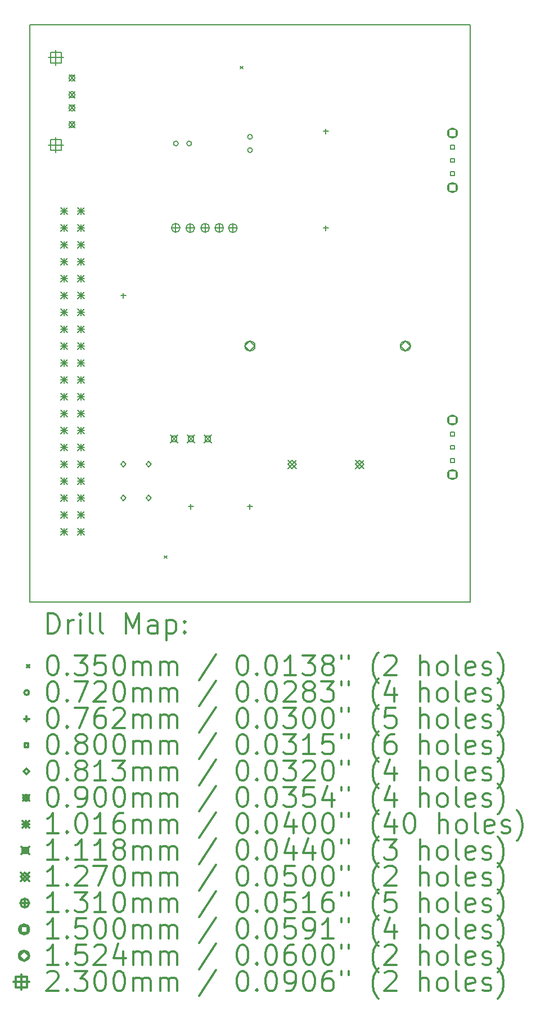
<source format=gbr>
%FSLAX45Y45*%
G04 Gerber Fmt 4.5, Leading zero omitted, Abs format (unit mm)*
G04 Created by KiCad (PCBNEW (5.1.10)-1) date 2021-11-03 22:51:22*
%MOMM*%
%LPD*%
G01*
G04 APERTURE LIST*
%TA.AperFunction,Profile*%
%ADD10C,0.152400*%
%TD*%
%ADD11C,0.200000*%
%ADD12C,0.300000*%
G04 APERTURE END LIST*
D10*
X18161000Y-6172200D02*
X18161000Y-14859000D01*
X11531600Y-6172200D02*
X18161000Y-6172200D01*
X11531600Y-14859000D02*
X11531600Y-6172200D01*
X18161000Y-14859000D02*
X11531600Y-14859000D01*
D11*
X13562610Y-14165860D02*
X13597610Y-14200860D01*
X13597610Y-14165860D02*
X13562610Y-14200860D01*
X14705610Y-6799860D02*
X14740610Y-6834860D01*
X14740610Y-6799860D02*
X14705610Y-6834860D01*
X13770110Y-7960360D02*
G75*
G03*
X13770110Y-7960360I-36000J0D01*
G01*
X13970110Y-7960360D02*
G75*
G03*
X13970110Y-7960360I-36000J0D01*
G01*
X14886110Y-7860360D02*
G75*
G03*
X14886110Y-7860360I-36000J0D01*
G01*
X14886110Y-8060360D02*
G75*
G03*
X14886110Y-8060360I-36000J0D01*
G01*
X12945110Y-10208260D02*
X12945110Y-10284460D01*
X12907010Y-10246360D02*
X12983210Y-10246360D01*
X13961110Y-13383260D02*
X13961110Y-13459460D01*
X13923010Y-13421360D02*
X13999210Y-13421360D01*
X14850110Y-13383260D02*
X14850110Y-13459460D01*
X14812010Y-13421360D02*
X14888210Y-13421360D01*
X15993110Y-7739380D02*
X15993110Y-7815580D01*
X15955010Y-7777480D02*
X16031210Y-7777480D01*
X15993110Y-9192260D02*
X15993110Y-9268460D01*
X15955010Y-9230360D02*
X16031210Y-9230360D01*
X17926395Y-8042644D02*
X17926395Y-7986075D01*
X17869826Y-7986075D01*
X17869826Y-8042644D01*
X17926395Y-8042644D01*
X17926395Y-8242644D02*
X17926395Y-8186075D01*
X17869826Y-8186075D01*
X17869826Y-8242644D01*
X17926395Y-8242644D01*
X17926395Y-8442645D02*
X17926395Y-8386075D01*
X17869826Y-8386075D01*
X17869826Y-8442645D01*
X17926395Y-8442645D01*
X17926395Y-12360644D02*
X17926395Y-12304075D01*
X17869826Y-12304075D01*
X17869826Y-12360644D01*
X17926395Y-12360644D01*
X17926395Y-12560644D02*
X17926395Y-12504075D01*
X17869826Y-12504075D01*
X17869826Y-12560644D01*
X17926395Y-12560644D01*
X17926395Y-12760644D02*
X17926395Y-12704075D01*
X17869826Y-12704075D01*
X17869826Y-12760644D01*
X17926395Y-12760644D01*
X12945110Y-12827000D02*
X12985750Y-12786360D01*
X12945110Y-12745720D01*
X12904470Y-12786360D01*
X12945110Y-12827000D01*
X12945110Y-13335000D02*
X12985750Y-13294360D01*
X12945110Y-13253720D01*
X12904470Y-13294360D01*
X12945110Y-13335000D01*
X13326110Y-12827000D02*
X13366750Y-12786360D01*
X13326110Y-12745720D01*
X13285470Y-12786360D01*
X13326110Y-12827000D01*
X13326110Y-13335000D02*
X13366750Y-13294360D01*
X13326110Y-13253720D01*
X13285470Y-13294360D01*
X13326110Y-13335000D01*
X12124110Y-6930360D02*
X12214110Y-7020360D01*
X12214110Y-6930360D02*
X12124110Y-7020360D01*
X12214110Y-6975360D02*
G75*
G03*
X12214110Y-6975360I-45000J0D01*
G01*
X12124110Y-7180360D02*
X12214110Y-7270360D01*
X12214110Y-7180360D02*
X12124110Y-7270360D01*
X12214110Y-7225360D02*
G75*
G03*
X12214110Y-7225360I-45000J0D01*
G01*
X12124110Y-7380360D02*
X12214110Y-7470360D01*
X12214110Y-7380360D02*
X12124110Y-7470360D01*
X12214110Y-7425360D02*
G75*
G03*
X12214110Y-7425360I-45000J0D01*
G01*
X12124110Y-7630360D02*
X12214110Y-7720360D01*
X12214110Y-7630360D02*
X12124110Y-7720360D01*
X12214110Y-7675360D02*
G75*
G03*
X12214110Y-7675360I-45000J0D01*
G01*
X12005310Y-8925560D02*
X12106910Y-9027160D01*
X12106910Y-8925560D02*
X12005310Y-9027160D01*
X12056110Y-8925560D02*
X12056110Y-9027160D01*
X12005310Y-8976360D02*
X12106910Y-8976360D01*
X12005310Y-9179560D02*
X12106910Y-9281160D01*
X12106910Y-9179560D02*
X12005310Y-9281160D01*
X12056110Y-9179560D02*
X12056110Y-9281160D01*
X12005310Y-9230360D02*
X12106910Y-9230360D01*
X12005310Y-9433560D02*
X12106910Y-9535160D01*
X12106910Y-9433560D02*
X12005310Y-9535160D01*
X12056110Y-9433560D02*
X12056110Y-9535160D01*
X12005310Y-9484360D02*
X12106910Y-9484360D01*
X12005310Y-9687560D02*
X12106910Y-9789160D01*
X12106910Y-9687560D02*
X12005310Y-9789160D01*
X12056110Y-9687560D02*
X12056110Y-9789160D01*
X12005310Y-9738360D02*
X12106910Y-9738360D01*
X12005310Y-9941560D02*
X12106910Y-10043160D01*
X12106910Y-9941560D02*
X12005310Y-10043160D01*
X12056110Y-9941560D02*
X12056110Y-10043160D01*
X12005310Y-9992360D02*
X12106910Y-9992360D01*
X12005310Y-10195560D02*
X12106910Y-10297160D01*
X12106910Y-10195560D02*
X12005310Y-10297160D01*
X12056110Y-10195560D02*
X12056110Y-10297160D01*
X12005310Y-10246360D02*
X12106910Y-10246360D01*
X12005310Y-10449560D02*
X12106910Y-10551160D01*
X12106910Y-10449560D02*
X12005310Y-10551160D01*
X12056110Y-10449560D02*
X12056110Y-10551160D01*
X12005310Y-10500360D02*
X12106910Y-10500360D01*
X12005310Y-10703560D02*
X12106910Y-10805160D01*
X12106910Y-10703560D02*
X12005310Y-10805160D01*
X12056110Y-10703560D02*
X12056110Y-10805160D01*
X12005310Y-10754360D02*
X12106910Y-10754360D01*
X12005310Y-10957560D02*
X12106910Y-11059160D01*
X12106910Y-10957560D02*
X12005310Y-11059160D01*
X12056110Y-10957560D02*
X12056110Y-11059160D01*
X12005310Y-11008360D02*
X12106910Y-11008360D01*
X12005310Y-11211560D02*
X12106910Y-11313160D01*
X12106910Y-11211560D02*
X12005310Y-11313160D01*
X12056110Y-11211560D02*
X12056110Y-11313160D01*
X12005310Y-11262360D02*
X12106910Y-11262360D01*
X12005310Y-11465560D02*
X12106910Y-11567160D01*
X12106910Y-11465560D02*
X12005310Y-11567160D01*
X12056110Y-11465560D02*
X12056110Y-11567160D01*
X12005310Y-11516360D02*
X12106910Y-11516360D01*
X12005310Y-11719560D02*
X12106910Y-11821160D01*
X12106910Y-11719560D02*
X12005310Y-11821160D01*
X12056110Y-11719560D02*
X12056110Y-11821160D01*
X12005310Y-11770360D02*
X12106910Y-11770360D01*
X12005310Y-11973560D02*
X12106910Y-12075160D01*
X12106910Y-11973560D02*
X12005310Y-12075160D01*
X12056110Y-11973560D02*
X12056110Y-12075160D01*
X12005310Y-12024360D02*
X12106910Y-12024360D01*
X12005310Y-12227560D02*
X12106910Y-12329160D01*
X12106910Y-12227560D02*
X12005310Y-12329160D01*
X12056110Y-12227560D02*
X12056110Y-12329160D01*
X12005310Y-12278360D02*
X12106910Y-12278360D01*
X12005310Y-12481560D02*
X12106910Y-12583160D01*
X12106910Y-12481560D02*
X12005310Y-12583160D01*
X12056110Y-12481560D02*
X12056110Y-12583160D01*
X12005310Y-12532360D02*
X12106910Y-12532360D01*
X12005310Y-12735560D02*
X12106910Y-12837160D01*
X12106910Y-12735560D02*
X12005310Y-12837160D01*
X12056110Y-12735560D02*
X12056110Y-12837160D01*
X12005310Y-12786360D02*
X12106910Y-12786360D01*
X12005310Y-12989560D02*
X12106910Y-13091160D01*
X12106910Y-12989560D02*
X12005310Y-13091160D01*
X12056110Y-12989560D02*
X12056110Y-13091160D01*
X12005310Y-13040360D02*
X12106910Y-13040360D01*
X12005310Y-13243560D02*
X12106910Y-13345160D01*
X12106910Y-13243560D02*
X12005310Y-13345160D01*
X12056110Y-13243560D02*
X12056110Y-13345160D01*
X12005310Y-13294360D02*
X12106910Y-13294360D01*
X12005310Y-13497560D02*
X12106910Y-13599160D01*
X12106910Y-13497560D02*
X12005310Y-13599160D01*
X12056110Y-13497560D02*
X12056110Y-13599160D01*
X12005310Y-13548360D02*
X12106910Y-13548360D01*
X12005310Y-13751560D02*
X12106910Y-13853160D01*
X12106910Y-13751560D02*
X12005310Y-13853160D01*
X12056110Y-13751560D02*
X12056110Y-13853160D01*
X12005310Y-13802360D02*
X12106910Y-13802360D01*
X12259310Y-8925560D02*
X12360910Y-9027160D01*
X12360910Y-8925560D02*
X12259310Y-9027160D01*
X12310110Y-8925560D02*
X12310110Y-9027160D01*
X12259310Y-8976360D02*
X12360910Y-8976360D01*
X12259310Y-9179560D02*
X12360910Y-9281160D01*
X12360910Y-9179560D02*
X12259310Y-9281160D01*
X12310110Y-9179560D02*
X12310110Y-9281160D01*
X12259310Y-9230360D02*
X12360910Y-9230360D01*
X12259310Y-9433560D02*
X12360910Y-9535160D01*
X12360910Y-9433560D02*
X12259310Y-9535160D01*
X12310110Y-9433560D02*
X12310110Y-9535160D01*
X12259310Y-9484360D02*
X12360910Y-9484360D01*
X12259310Y-9687560D02*
X12360910Y-9789160D01*
X12360910Y-9687560D02*
X12259310Y-9789160D01*
X12310110Y-9687560D02*
X12310110Y-9789160D01*
X12259310Y-9738360D02*
X12360910Y-9738360D01*
X12259310Y-9941560D02*
X12360910Y-10043160D01*
X12360910Y-9941560D02*
X12259310Y-10043160D01*
X12310110Y-9941560D02*
X12310110Y-10043160D01*
X12259310Y-9992360D02*
X12360910Y-9992360D01*
X12259310Y-10195560D02*
X12360910Y-10297160D01*
X12360910Y-10195560D02*
X12259310Y-10297160D01*
X12310110Y-10195560D02*
X12310110Y-10297160D01*
X12259310Y-10246360D02*
X12360910Y-10246360D01*
X12259310Y-10449560D02*
X12360910Y-10551160D01*
X12360910Y-10449560D02*
X12259310Y-10551160D01*
X12310110Y-10449560D02*
X12310110Y-10551160D01*
X12259310Y-10500360D02*
X12360910Y-10500360D01*
X12259310Y-10703560D02*
X12360910Y-10805160D01*
X12360910Y-10703560D02*
X12259310Y-10805160D01*
X12310110Y-10703560D02*
X12310110Y-10805160D01*
X12259310Y-10754360D02*
X12360910Y-10754360D01*
X12259310Y-10957560D02*
X12360910Y-11059160D01*
X12360910Y-10957560D02*
X12259310Y-11059160D01*
X12310110Y-10957560D02*
X12310110Y-11059160D01*
X12259310Y-11008360D02*
X12360910Y-11008360D01*
X12259310Y-11211560D02*
X12360910Y-11313160D01*
X12360910Y-11211560D02*
X12259310Y-11313160D01*
X12310110Y-11211560D02*
X12310110Y-11313160D01*
X12259310Y-11262360D02*
X12360910Y-11262360D01*
X12259310Y-11465560D02*
X12360910Y-11567160D01*
X12360910Y-11465560D02*
X12259310Y-11567160D01*
X12310110Y-11465560D02*
X12310110Y-11567160D01*
X12259310Y-11516360D02*
X12360910Y-11516360D01*
X12259310Y-11719560D02*
X12360910Y-11821160D01*
X12360910Y-11719560D02*
X12259310Y-11821160D01*
X12310110Y-11719560D02*
X12310110Y-11821160D01*
X12259310Y-11770360D02*
X12360910Y-11770360D01*
X12259310Y-11973560D02*
X12360910Y-12075160D01*
X12360910Y-11973560D02*
X12259310Y-12075160D01*
X12310110Y-11973560D02*
X12310110Y-12075160D01*
X12259310Y-12024360D02*
X12360910Y-12024360D01*
X12259310Y-12227560D02*
X12360910Y-12329160D01*
X12360910Y-12227560D02*
X12259310Y-12329160D01*
X12310110Y-12227560D02*
X12310110Y-12329160D01*
X12259310Y-12278360D02*
X12360910Y-12278360D01*
X12259310Y-12481560D02*
X12360910Y-12583160D01*
X12360910Y-12481560D02*
X12259310Y-12583160D01*
X12310110Y-12481560D02*
X12310110Y-12583160D01*
X12259310Y-12532360D02*
X12360910Y-12532360D01*
X12259310Y-12735560D02*
X12360910Y-12837160D01*
X12360910Y-12735560D02*
X12259310Y-12837160D01*
X12310110Y-12735560D02*
X12310110Y-12837160D01*
X12259310Y-12786360D02*
X12360910Y-12786360D01*
X12259310Y-12989560D02*
X12360910Y-13091160D01*
X12360910Y-12989560D02*
X12259310Y-13091160D01*
X12310110Y-12989560D02*
X12310110Y-13091160D01*
X12259310Y-13040360D02*
X12360910Y-13040360D01*
X12259310Y-13243560D02*
X12360910Y-13345160D01*
X12360910Y-13243560D02*
X12259310Y-13345160D01*
X12310110Y-13243560D02*
X12310110Y-13345160D01*
X12259310Y-13294360D02*
X12360910Y-13294360D01*
X12259310Y-13497560D02*
X12360910Y-13599160D01*
X12360910Y-13497560D02*
X12259310Y-13599160D01*
X12310110Y-13497560D02*
X12310110Y-13599160D01*
X12259310Y-13548360D02*
X12360910Y-13548360D01*
X12259310Y-13751560D02*
X12360910Y-13853160D01*
X12360910Y-13751560D02*
X12259310Y-13853160D01*
X12310110Y-13751560D02*
X12310110Y-13853160D01*
X12259310Y-13802360D02*
X12360910Y-13802360D01*
X13651230Y-12349480D02*
X13762990Y-12461240D01*
X13762990Y-12349480D02*
X13651230Y-12461240D01*
X13746623Y-12444873D02*
X13746623Y-12365846D01*
X13667596Y-12365846D01*
X13667596Y-12444873D01*
X13746623Y-12444873D01*
X13905230Y-12349480D02*
X14016990Y-12461240D01*
X14016990Y-12349480D02*
X13905230Y-12461240D01*
X14000623Y-12444873D02*
X14000623Y-12365846D01*
X13921596Y-12365846D01*
X13921596Y-12444873D01*
X14000623Y-12444873D01*
X14159230Y-12349480D02*
X14270990Y-12461240D01*
X14270990Y-12349480D02*
X14159230Y-12461240D01*
X14254623Y-12444873D02*
X14254623Y-12365846D01*
X14175596Y-12365846D01*
X14175596Y-12444873D01*
X14254623Y-12444873D01*
X15421610Y-12722860D02*
X15548610Y-12849860D01*
X15548610Y-12722860D02*
X15421610Y-12849860D01*
X15485110Y-12849860D02*
X15548610Y-12786360D01*
X15485110Y-12722860D01*
X15421610Y-12786360D01*
X15485110Y-12849860D01*
X16437610Y-12722860D02*
X16564610Y-12849860D01*
X16564610Y-12722860D02*
X16437610Y-12849860D01*
X16501110Y-12849860D02*
X16564610Y-12786360D01*
X16501110Y-12722860D01*
X16437610Y-12786360D01*
X16501110Y-12849860D01*
X13732002Y-9163844D02*
X13732002Y-9294844D01*
X13666502Y-9229344D02*
X13797502Y-9229344D01*
X13797502Y-9229344D02*
G75*
G03*
X13797502Y-9229344I-65500J0D01*
G01*
X13951204Y-9168924D02*
X13951204Y-9299924D01*
X13885704Y-9234424D02*
X14016704Y-9234424D01*
X14016704Y-9234424D02*
G75*
G03*
X14016704Y-9234424I-65500J0D01*
G01*
X14174510Y-9164860D02*
X14174510Y-9295860D01*
X14109010Y-9230360D02*
X14240010Y-9230360D01*
X14240010Y-9230360D02*
G75*
G03*
X14240010Y-9230360I-65500J0D01*
G01*
X14386560Y-9165876D02*
X14386560Y-9296876D01*
X14321060Y-9231376D02*
X14452060Y-9231376D01*
X14452060Y-9231376D02*
G75*
G03*
X14452060Y-9231376I-65500J0D01*
G01*
X14591792Y-9168416D02*
X14591792Y-9299416D01*
X14526292Y-9233916D02*
X14657292Y-9233916D01*
X14657292Y-9233916D02*
G75*
G03*
X14657292Y-9233916I-65500J0D01*
G01*
X17951144Y-7857393D02*
X17951144Y-7751326D01*
X17845077Y-7751326D01*
X17845077Y-7857393D01*
X17951144Y-7857393D01*
X17973110Y-7804360D02*
G75*
G03*
X17973110Y-7804360I-75000J0D01*
G01*
X17951144Y-8677394D02*
X17951144Y-8571327D01*
X17845077Y-8571327D01*
X17845077Y-8677394D01*
X17951144Y-8677394D01*
X17973110Y-8624360D02*
G75*
G03*
X17973110Y-8624360I-75000J0D01*
G01*
X17951144Y-12175393D02*
X17951144Y-12069326D01*
X17845077Y-12069326D01*
X17845077Y-12175393D01*
X17951144Y-12175393D01*
X17973110Y-12122360D02*
G75*
G03*
X17973110Y-12122360I-75000J0D01*
G01*
X17951144Y-12995393D02*
X17951144Y-12889326D01*
X17845077Y-12889326D01*
X17845077Y-12995393D01*
X17951144Y-12995393D01*
X17973110Y-12942360D02*
G75*
G03*
X17973110Y-12942360I-75000J0D01*
G01*
X14850110Y-11084560D02*
X14926310Y-11008360D01*
X14850110Y-10932160D01*
X14773910Y-11008360D01*
X14850110Y-11084560D01*
X14926310Y-11008360D02*
G75*
G03*
X14926310Y-11008360I-76200J0D01*
G01*
X17189450Y-11084560D02*
X17265650Y-11008360D01*
X17189450Y-10932160D01*
X17113250Y-11008360D01*
X17189450Y-11084560D01*
X17265650Y-11008360D02*
G75*
G03*
X17265650Y-11008360I-76200J0D01*
G01*
X11929110Y-6553360D02*
X11929110Y-6783360D01*
X11814110Y-6668360D02*
X12044110Y-6668360D01*
X12010428Y-6749678D02*
X12010428Y-6587042D01*
X11847792Y-6587042D01*
X11847792Y-6749678D01*
X12010428Y-6749678D01*
X11929110Y-7867360D02*
X11929110Y-8097360D01*
X11814110Y-7982360D02*
X12044110Y-7982360D01*
X12010428Y-8063678D02*
X12010428Y-7901042D01*
X11847792Y-7901042D01*
X11847792Y-8063678D01*
X12010428Y-8063678D01*
D12*
X11810408Y-15332334D02*
X11810408Y-15032334D01*
X11881837Y-15032334D01*
X11924694Y-15046620D01*
X11953266Y-15075191D01*
X11967551Y-15103763D01*
X11981837Y-15160906D01*
X11981837Y-15203763D01*
X11967551Y-15260906D01*
X11953266Y-15289477D01*
X11924694Y-15318049D01*
X11881837Y-15332334D01*
X11810408Y-15332334D01*
X12110408Y-15332334D02*
X12110408Y-15132334D01*
X12110408Y-15189477D02*
X12124694Y-15160906D01*
X12138980Y-15146620D01*
X12167551Y-15132334D01*
X12196123Y-15132334D01*
X12296123Y-15332334D02*
X12296123Y-15132334D01*
X12296123Y-15032334D02*
X12281837Y-15046620D01*
X12296123Y-15060906D01*
X12310408Y-15046620D01*
X12296123Y-15032334D01*
X12296123Y-15060906D01*
X12481837Y-15332334D02*
X12453266Y-15318049D01*
X12438980Y-15289477D01*
X12438980Y-15032334D01*
X12638980Y-15332334D02*
X12610408Y-15318049D01*
X12596123Y-15289477D01*
X12596123Y-15032334D01*
X12981837Y-15332334D02*
X12981837Y-15032334D01*
X13081837Y-15246620D01*
X13181837Y-15032334D01*
X13181837Y-15332334D01*
X13453266Y-15332334D02*
X13453266Y-15175191D01*
X13438980Y-15146620D01*
X13410408Y-15132334D01*
X13353266Y-15132334D01*
X13324694Y-15146620D01*
X13453266Y-15318049D02*
X13424694Y-15332334D01*
X13353266Y-15332334D01*
X13324694Y-15318049D01*
X13310408Y-15289477D01*
X13310408Y-15260906D01*
X13324694Y-15232334D01*
X13353266Y-15218049D01*
X13424694Y-15218049D01*
X13453266Y-15203763D01*
X13596123Y-15132334D02*
X13596123Y-15432334D01*
X13596123Y-15146620D02*
X13624694Y-15132334D01*
X13681837Y-15132334D01*
X13710408Y-15146620D01*
X13724694Y-15160906D01*
X13738980Y-15189477D01*
X13738980Y-15275191D01*
X13724694Y-15303763D01*
X13710408Y-15318049D01*
X13681837Y-15332334D01*
X13624694Y-15332334D01*
X13596123Y-15318049D01*
X13867551Y-15303763D02*
X13881837Y-15318049D01*
X13867551Y-15332334D01*
X13853266Y-15318049D01*
X13867551Y-15303763D01*
X13867551Y-15332334D01*
X13867551Y-15146620D02*
X13881837Y-15160906D01*
X13867551Y-15175191D01*
X13853266Y-15160906D01*
X13867551Y-15146620D01*
X13867551Y-15175191D01*
X11488980Y-15809120D02*
X11523980Y-15844120D01*
X11523980Y-15809120D02*
X11488980Y-15844120D01*
X11867551Y-15662334D02*
X11896123Y-15662334D01*
X11924694Y-15676620D01*
X11938980Y-15690906D01*
X11953266Y-15719477D01*
X11967551Y-15776620D01*
X11967551Y-15848049D01*
X11953266Y-15905191D01*
X11938980Y-15933763D01*
X11924694Y-15948049D01*
X11896123Y-15962334D01*
X11867551Y-15962334D01*
X11838980Y-15948049D01*
X11824694Y-15933763D01*
X11810408Y-15905191D01*
X11796123Y-15848049D01*
X11796123Y-15776620D01*
X11810408Y-15719477D01*
X11824694Y-15690906D01*
X11838980Y-15676620D01*
X11867551Y-15662334D01*
X12096123Y-15933763D02*
X12110408Y-15948049D01*
X12096123Y-15962334D01*
X12081837Y-15948049D01*
X12096123Y-15933763D01*
X12096123Y-15962334D01*
X12210408Y-15662334D02*
X12396123Y-15662334D01*
X12296123Y-15776620D01*
X12338980Y-15776620D01*
X12367551Y-15790906D01*
X12381837Y-15805191D01*
X12396123Y-15833763D01*
X12396123Y-15905191D01*
X12381837Y-15933763D01*
X12367551Y-15948049D01*
X12338980Y-15962334D01*
X12253266Y-15962334D01*
X12224694Y-15948049D01*
X12210408Y-15933763D01*
X12667551Y-15662334D02*
X12524694Y-15662334D01*
X12510408Y-15805191D01*
X12524694Y-15790906D01*
X12553266Y-15776620D01*
X12624694Y-15776620D01*
X12653266Y-15790906D01*
X12667551Y-15805191D01*
X12681837Y-15833763D01*
X12681837Y-15905191D01*
X12667551Y-15933763D01*
X12653266Y-15948049D01*
X12624694Y-15962334D01*
X12553266Y-15962334D01*
X12524694Y-15948049D01*
X12510408Y-15933763D01*
X12867551Y-15662334D02*
X12896123Y-15662334D01*
X12924694Y-15676620D01*
X12938980Y-15690906D01*
X12953266Y-15719477D01*
X12967551Y-15776620D01*
X12967551Y-15848049D01*
X12953266Y-15905191D01*
X12938980Y-15933763D01*
X12924694Y-15948049D01*
X12896123Y-15962334D01*
X12867551Y-15962334D01*
X12838980Y-15948049D01*
X12824694Y-15933763D01*
X12810408Y-15905191D01*
X12796123Y-15848049D01*
X12796123Y-15776620D01*
X12810408Y-15719477D01*
X12824694Y-15690906D01*
X12838980Y-15676620D01*
X12867551Y-15662334D01*
X13096123Y-15962334D02*
X13096123Y-15762334D01*
X13096123Y-15790906D02*
X13110408Y-15776620D01*
X13138980Y-15762334D01*
X13181837Y-15762334D01*
X13210408Y-15776620D01*
X13224694Y-15805191D01*
X13224694Y-15962334D01*
X13224694Y-15805191D02*
X13238980Y-15776620D01*
X13267551Y-15762334D01*
X13310408Y-15762334D01*
X13338980Y-15776620D01*
X13353266Y-15805191D01*
X13353266Y-15962334D01*
X13496123Y-15962334D02*
X13496123Y-15762334D01*
X13496123Y-15790906D02*
X13510408Y-15776620D01*
X13538980Y-15762334D01*
X13581837Y-15762334D01*
X13610408Y-15776620D01*
X13624694Y-15805191D01*
X13624694Y-15962334D01*
X13624694Y-15805191D02*
X13638980Y-15776620D01*
X13667551Y-15762334D01*
X13710408Y-15762334D01*
X13738980Y-15776620D01*
X13753266Y-15805191D01*
X13753266Y-15962334D01*
X14338980Y-15648049D02*
X14081837Y-16033763D01*
X14724694Y-15662334D02*
X14753266Y-15662334D01*
X14781837Y-15676620D01*
X14796123Y-15690906D01*
X14810408Y-15719477D01*
X14824694Y-15776620D01*
X14824694Y-15848049D01*
X14810408Y-15905191D01*
X14796123Y-15933763D01*
X14781837Y-15948049D01*
X14753266Y-15962334D01*
X14724694Y-15962334D01*
X14696123Y-15948049D01*
X14681837Y-15933763D01*
X14667551Y-15905191D01*
X14653266Y-15848049D01*
X14653266Y-15776620D01*
X14667551Y-15719477D01*
X14681837Y-15690906D01*
X14696123Y-15676620D01*
X14724694Y-15662334D01*
X14953266Y-15933763D02*
X14967551Y-15948049D01*
X14953266Y-15962334D01*
X14938980Y-15948049D01*
X14953266Y-15933763D01*
X14953266Y-15962334D01*
X15153266Y-15662334D02*
X15181837Y-15662334D01*
X15210408Y-15676620D01*
X15224694Y-15690906D01*
X15238980Y-15719477D01*
X15253266Y-15776620D01*
X15253266Y-15848049D01*
X15238980Y-15905191D01*
X15224694Y-15933763D01*
X15210408Y-15948049D01*
X15181837Y-15962334D01*
X15153266Y-15962334D01*
X15124694Y-15948049D01*
X15110408Y-15933763D01*
X15096123Y-15905191D01*
X15081837Y-15848049D01*
X15081837Y-15776620D01*
X15096123Y-15719477D01*
X15110408Y-15690906D01*
X15124694Y-15676620D01*
X15153266Y-15662334D01*
X15538980Y-15962334D02*
X15367551Y-15962334D01*
X15453266Y-15962334D02*
X15453266Y-15662334D01*
X15424694Y-15705191D01*
X15396123Y-15733763D01*
X15367551Y-15748049D01*
X15638980Y-15662334D02*
X15824694Y-15662334D01*
X15724694Y-15776620D01*
X15767551Y-15776620D01*
X15796123Y-15790906D01*
X15810408Y-15805191D01*
X15824694Y-15833763D01*
X15824694Y-15905191D01*
X15810408Y-15933763D01*
X15796123Y-15948049D01*
X15767551Y-15962334D01*
X15681837Y-15962334D01*
X15653266Y-15948049D01*
X15638980Y-15933763D01*
X15996123Y-15790906D02*
X15967551Y-15776620D01*
X15953266Y-15762334D01*
X15938980Y-15733763D01*
X15938980Y-15719477D01*
X15953266Y-15690906D01*
X15967551Y-15676620D01*
X15996123Y-15662334D01*
X16053266Y-15662334D01*
X16081837Y-15676620D01*
X16096123Y-15690906D01*
X16110408Y-15719477D01*
X16110408Y-15733763D01*
X16096123Y-15762334D01*
X16081837Y-15776620D01*
X16053266Y-15790906D01*
X15996123Y-15790906D01*
X15967551Y-15805191D01*
X15953266Y-15819477D01*
X15938980Y-15848049D01*
X15938980Y-15905191D01*
X15953266Y-15933763D01*
X15967551Y-15948049D01*
X15996123Y-15962334D01*
X16053266Y-15962334D01*
X16081837Y-15948049D01*
X16096123Y-15933763D01*
X16110408Y-15905191D01*
X16110408Y-15848049D01*
X16096123Y-15819477D01*
X16081837Y-15805191D01*
X16053266Y-15790906D01*
X16224694Y-15662334D02*
X16224694Y-15719477D01*
X16338980Y-15662334D02*
X16338980Y-15719477D01*
X16781837Y-16076620D02*
X16767551Y-16062334D01*
X16738980Y-16019477D01*
X16724694Y-15990906D01*
X16710408Y-15948049D01*
X16696123Y-15876620D01*
X16696123Y-15819477D01*
X16710408Y-15748049D01*
X16724694Y-15705191D01*
X16738980Y-15676620D01*
X16767551Y-15633763D01*
X16781837Y-15619477D01*
X16881837Y-15690906D02*
X16896123Y-15676620D01*
X16924694Y-15662334D01*
X16996123Y-15662334D01*
X17024694Y-15676620D01*
X17038980Y-15690906D01*
X17053266Y-15719477D01*
X17053266Y-15748049D01*
X17038980Y-15790906D01*
X16867551Y-15962334D01*
X17053266Y-15962334D01*
X17410408Y-15962334D02*
X17410408Y-15662334D01*
X17538980Y-15962334D02*
X17538980Y-15805191D01*
X17524694Y-15776620D01*
X17496123Y-15762334D01*
X17453266Y-15762334D01*
X17424694Y-15776620D01*
X17410408Y-15790906D01*
X17724694Y-15962334D02*
X17696123Y-15948049D01*
X17681837Y-15933763D01*
X17667551Y-15905191D01*
X17667551Y-15819477D01*
X17681837Y-15790906D01*
X17696123Y-15776620D01*
X17724694Y-15762334D01*
X17767551Y-15762334D01*
X17796123Y-15776620D01*
X17810408Y-15790906D01*
X17824694Y-15819477D01*
X17824694Y-15905191D01*
X17810408Y-15933763D01*
X17796123Y-15948049D01*
X17767551Y-15962334D01*
X17724694Y-15962334D01*
X17996123Y-15962334D02*
X17967551Y-15948049D01*
X17953266Y-15919477D01*
X17953266Y-15662334D01*
X18224694Y-15948049D02*
X18196123Y-15962334D01*
X18138980Y-15962334D01*
X18110408Y-15948049D01*
X18096123Y-15919477D01*
X18096123Y-15805191D01*
X18110408Y-15776620D01*
X18138980Y-15762334D01*
X18196123Y-15762334D01*
X18224694Y-15776620D01*
X18238980Y-15805191D01*
X18238980Y-15833763D01*
X18096123Y-15862334D01*
X18353266Y-15948049D02*
X18381837Y-15962334D01*
X18438980Y-15962334D01*
X18467551Y-15948049D01*
X18481837Y-15919477D01*
X18481837Y-15905191D01*
X18467551Y-15876620D01*
X18438980Y-15862334D01*
X18396123Y-15862334D01*
X18367551Y-15848049D01*
X18353266Y-15819477D01*
X18353266Y-15805191D01*
X18367551Y-15776620D01*
X18396123Y-15762334D01*
X18438980Y-15762334D01*
X18467551Y-15776620D01*
X18581837Y-16076620D02*
X18596123Y-16062334D01*
X18624694Y-16019477D01*
X18638980Y-15990906D01*
X18653266Y-15948049D01*
X18667551Y-15876620D01*
X18667551Y-15819477D01*
X18653266Y-15748049D01*
X18638980Y-15705191D01*
X18624694Y-15676620D01*
X18596123Y-15633763D01*
X18581837Y-15619477D01*
X11523980Y-16222620D02*
G75*
G03*
X11523980Y-16222620I-36000J0D01*
G01*
X11867551Y-16058334D02*
X11896123Y-16058334D01*
X11924694Y-16072620D01*
X11938980Y-16086906D01*
X11953266Y-16115477D01*
X11967551Y-16172620D01*
X11967551Y-16244049D01*
X11953266Y-16301191D01*
X11938980Y-16329763D01*
X11924694Y-16344049D01*
X11896123Y-16358334D01*
X11867551Y-16358334D01*
X11838980Y-16344049D01*
X11824694Y-16329763D01*
X11810408Y-16301191D01*
X11796123Y-16244049D01*
X11796123Y-16172620D01*
X11810408Y-16115477D01*
X11824694Y-16086906D01*
X11838980Y-16072620D01*
X11867551Y-16058334D01*
X12096123Y-16329763D02*
X12110408Y-16344049D01*
X12096123Y-16358334D01*
X12081837Y-16344049D01*
X12096123Y-16329763D01*
X12096123Y-16358334D01*
X12210408Y-16058334D02*
X12410408Y-16058334D01*
X12281837Y-16358334D01*
X12510408Y-16086906D02*
X12524694Y-16072620D01*
X12553266Y-16058334D01*
X12624694Y-16058334D01*
X12653266Y-16072620D01*
X12667551Y-16086906D01*
X12681837Y-16115477D01*
X12681837Y-16144049D01*
X12667551Y-16186906D01*
X12496123Y-16358334D01*
X12681837Y-16358334D01*
X12867551Y-16058334D02*
X12896123Y-16058334D01*
X12924694Y-16072620D01*
X12938980Y-16086906D01*
X12953266Y-16115477D01*
X12967551Y-16172620D01*
X12967551Y-16244049D01*
X12953266Y-16301191D01*
X12938980Y-16329763D01*
X12924694Y-16344049D01*
X12896123Y-16358334D01*
X12867551Y-16358334D01*
X12838980Y-16344049D01*
X12824694Y-16329763D01*
X12810408Y-16301191D01*
X12796123Y-16244049D01*
X12796123Y-16172620D01*
X12810408Y-16115477D01*
X12824694Y-16086906D01*
X12838980Y-16072620D01*
X12867551Y-16058334D01*
X13096123Y-16358334D02*
X13096123Y-16158334D01*
X13096123Y-16186906D02*
X13110408Y-16172620D01*
X13138980Y-16158334D01*
X13181837Y-16158334D01*
X13210408Y-16172620D01*
X13224694Y-16201191D01*
X13224694Y-16358334D01*
X13224694Y-16201191D02*
X13238980Y-16172620D01*
X13267551Y-16158334D01*
X13310408Y-16158334D01*
X13338980Y-16172620D01*
X13353266Y-16201191D01*
X13353266Y-16358334D01*
X13496123Y-16358334D02*
X13496123Y-16158334D01*
X13496123Y-16186906D02*
X13510408Y-16172620D01*
X13538980Y-16158334D01*
X13581837Y-16158334D01*
X13610408Y-16172620D01*
X13624694Y-16201191D01*
X13624694Y-16358334D01*
X13624694Y-16201191D02*
X13638980Y-16172620D01*
X13667551Y-16158334D01*
X13710408Y-16158334D01*
X13738980Y-16172620D01*
X13753266Y-16201191D01*
X13753266Y-16358334D01*
X14338980Y-16044049D02*
X14081837Y-16429763D01*
X14724694Y-16058334D02*
X14753266Y-16058334D01*
X14781837Y-16072620D01*
X14796123Y-16086906D01*
X14810408Y-16115477D01*
X14824694Y-16172620D01*
X14824694Y-16244049D01*
X14810408Y-16301191D01*
X14796123Y-16329763D01*
X14781837Y-16344049D01*
X14753266Y-16358334D01*
X14724694Y-16358334D01*
X14696123Y-16344049D01*
X14681837Y-16329763D01*
X14667551Y-16301191D01*
X14653266Y-16244049D01*
X14653266Y-16172620D01*
X14667551Y-16115477D01*
X14681837Y-16086906D01*
X14696123Y-16072620D01*
X14724694Y-16058334D01*
X14953266Y-16329763D02*
X14967551Y-16344049D01*
X14953266Y-16358334D01*
X14938980Y-16344049D01*
X14953266Y-16329763D01*
X14953266Y-16358334D01*
X15153266Y-16058334D02*
X15181837Y-16058334D01*
X15210408Y-16072620D01*
X15224694Y-16086906D01*
X15238980Y-16115477D01*
X15253266Y-16172620D01*
X15253266Y-16244049D01*
X15238980Y-16301191D01*
X15224694Y-16329763D01*
X15210408Y-16344049D01*
X15181837Y-16358334D01*
X15153266Y-16358334D01*
X15124694Y-16344049D01*
X15110408Y-16329763D01*
X15096123Y-16301191D01*
X15081837Y-16244049D01*
X15081837Y-16172620D01*
X15096123Y-16115477D01*
X15110408Y-16086906D01*
X15124694Y-16072620D01*
X15153266Y-16058334D01*
X15367551Y-16086906D02*
X15381837Y-16072620D01*
X15410408Y-16058334D01*
X15481837Y-16058334D01*
X15510408Y-16072620D01*
X15524694Y-16086906D01*
X15538980Y-16115477D01*
X15538980Y-16144049D01*
X15524694Y-16186906D01*
X15353266Y-16358334D01*
X15538980Y-16358334D01*
X15710408Y-16186906D02*
X15681837Y-16172620D01*
X15667551Y-16158334D01*
X15653266Y-16129763D01*
X15653266Y-16115477D01*
X15667551Y-16086906D01*
X15681837Y-16072620D01*
X15710408Y-16058334D01*
X15767551Y-16058334D01*
X15796123Y-16072620D01*
X15810408Y-16086906D01*
X15824694Y-16115477D01*
X15824694Y-16129763D01*
X15810408Y-16158334D01*
X15796123Y-16172620D01*
X15767551Y-16186906D01*
X15710408Y-16186906D01*
X15681837Y-16201191D01*
X15667551Y-16215477D01*
X15653266Y-16244049D01*
X15653266Y-16301191D01*
X15667551Y-16329763D01*
X15681837Y-16344049D01*
X15710408Y-16358334D01*
X15767551Y-16358334D01*
X15796123Y-16344049D01*
X15810408Y-16329763D01*
X15824694Y-16301191D01*
X15824694Y-16244049D01*
X15810408Y-16215477D01*
X15796123Y-16201191D01*
X15767551Y-16186906D01*
X15924694Y-16058334D02*
X16110408Y-16058334D01*
X16010408Y-16172620D01*
X16053266Y-16172620D01*
X16081837Y-16186906D01*
X16096123Y-16201191D01*
X16110408Y-16229763D01*
X16110408Y-16301191D01*
X16096123Y-16329763D01*
X16081837Y-16344049D01*
X16053266Y-16358334D01*
X15967551Y-16358334D01*
X15938980Y-16344049D01*
X15924694Y-16329763D01*
X16224694Y-16058334D02*
X16224694Y-16115477D01*
X16338980Y-16058334D02*
X16338980Y-16115477D01*
X16781837Y-16472620D02*
X16767551Y-16458334D01*
X16738980Y-16415477D01*
X16724694Y-16386906D01*
X16710408Y-16344049D01*
X16696123Y-16272620D01*
X16696123Y-16215477D01*
X16710408Y-16144049D01*
X16724694Y-16101191D01*
X16738980Y-16072620D01*
X16767551Y-16029763D01*
X16781837Y-16015477D01*
X17024694Y-16158334D02*
X17024694Y-16358334D01*
X16953266Y-16044049D02*
X16881837Y-16258334D01*
X17067551Y-16258334D01*
X17410408Y-16358334D02*
X17410408Y-16058334D01*
X17538980Y-16358334D02*
X17538980Y-16201191D01*
X17524694Y-16172620D01*
X17496123Y-16158334D01*
X17453266Y-16158334D01*
X17424694Y-16172620D01*
X17410408Y-16186906D01*
X17724694Y-16358334D02*
X17696123Y-16344049D01*
X17681837Y-16329763D01*
X17667551Y-16301191D01*
X17667551Y-16215477D01*
X17681837Y-16186906D01*
X17696123Y-16172620D01*
X17724694Y-16158334D01*
X17767551Y-16158334D01*
X17796123Y-16172620D01*
X17810408Y-16186906D01*
X17824694Y-16215477D01*
X17824694Y-16301191D01*
X17810408Y-16329763D01*
X17796123Y-16344049D01*
X17767551Y-16358334D01*
X17724694Y-16358334D01*
X17996123Y-16358334D02*
X17967551Y-16344049D01*
X17953266Y-16315477D01*
X17953266Y-16058334D01*
X18224694Y-16344049D02*
X18196123Y-16358334D01*
X18138980Y-16358334D01*
X18110408Y-16344049D01*
X18096123Y-16315477D01*
X18096123Y-16201191D01*
X18110408Y-16172620D01*
X18138980Y-16158334D01*
X18196123Y-16158334D01*
X18224694Y-16172620D01*
X18238980Y-16201191D01*
X18238980Y-16229763D01*
X18096123Y-16258334D01*
X18353266Y-16344049D02*
X18381837Y-16358334D01*
X18438980Y-16358334D01*
X18467551Y-16344049D01*
X18481837Y-16315477D01*
X18481837Y-16301191D01*
X18467551Y-16272620D01*
X18438980Y-16258334D01*
X18396123Y-16258334D01*
X18367551Y-16244049D01*
X18353266Y-16215477D01*
X18353266Y-16201191D01*
X18367551Y-16172620D01*
X18396123Y-16158334D01*
X18438980Y-16158334D01*
X18467551Y-16172620D01*
X18581837Y-16472620D02*
X18596123Y-16458334D01*
X18624694Y-16415477D01*
X18638980Y-16386906D01*
X18653266Y-16344049D01*
X18667551Y-16272620D01*
X18667551Y-16215477D01*
X18653266Y-16144049D01*
X18638980Y-16101191D01*
X18624694Y-16072620D01*
X18596123Y-16029763D01*
X18581837Y-16015477D01*
X11485880Y-16580520D02*
X11485880Y-16656720D01*
X11447780Y-16618620D02*
X11523980Y-16618620D01*
X11867551Y-16454334D02*
X11896123Y-16454334D01*
X11924694Y-16468620D01*
X11938980Y-16482906D01*
X11953266Y-16511477D01*
X11967551Y-16568620D01*
X11967551Y-16640049D01*
X11953266Y-16697191D01*
X11938980Y-16725763D01*
X11924694Y-16740049D01*
X11896123Y-16754334D01*
X11867551Y-16754334D01*
X11838980Y-16740049D01*
X11824694Y-16725763D01*
X11810408Y-16697191D01*
X11796123Y-16640049D01*
X11796123Y-16568620D01*
X11810408Y-16511477D01*
X11824694Y-16482906D01*
X11838980Y-16468620D01*
X11867551Y-16454334D01*
X12096123Y-16725763D02*
X12110408Y-16740049D01*
X12096123Y-16754334D01*
X12081837Y-16740049D01*
X12096123Y-16725763D01*
X12096123Y-16754334D01*
X12210408Y-16454334D02*
X12410408Y-16454334D01*
X12281837Y-16754334D01*
X12653266Y-16454334D02*
X12596123Y-16454334D01*
X12567551Y-16468620D01*
X12553266Y-16482906D01*
X12524694Y-16525763D01*
X12510408Y-16582906D01*
X12510408Y-16697191D01*
X12524694Y-16725763D01*
X12538980Y-16740049D01*
X12567551Y-16754334D01*
X12624694Y-16754334D01*
X12653266Y-16740049D01*
X12667551Y-16725763D01*
X12681837Y-16697191D01*
X12681837Y-16625763D01*
X12667551Y-16597191D01*
X12653266Y-16582906D01*
X12624694Y-16568620D01*
X12567551Y-16568620D01*
X12538980Y-16582906D01*
X12524694Y-16597191D01*
X12510408Y-16625763D01*
X12796123Y-16482906D02*
X12810408Y-16468620D01*
X12838980Y-16454334D01*
X12910408Y-16454334D01*
X12938980Y-16468620D01*
X12953266Y-16482906D01*
X12967551Y-16511477D01*
X12967551Y-16540049D01*
X12953266Y-16582906D01*
X12781837Y-16754334D01*
X12967551Y-16754334D01*
X13096123Y-16754334D02*
X13096123Y-16554334D01*
X13096123Y-16582906D02*
X13110408Y-16568620D01*
X13138980Y-16554334D01*
X13181837Y-16554334D01*
X13210408Y-16568620D01*
X13224694Y-16597191D01*
X13224694Y-16754334D01*
X13224694Y-16597191D02*
X13238980Y-16568620D01*
X13267551Y-16554334D01*
X13310408Y-16554334D01*
X13338980Y-16568620D01*
X13353266Y-16597191D01*
X13353266Y-16754334D01*
X13496123Y-16754334D02*
X13496123Y-16554334D01*
X13496123Y-16582906D02*
X13510408Y-16568620D01*
X13538980Y-16554334D01*
X13581837Y-16554334D01*
X13610408Y-16568620D01*
X13624694Y-16597191D01*
X13624694Y-16754334D01*
X13624694Y-16597191D02*
X13638980Y-16568620D01*
X13667551Y-16554334D01*
X13710408Y-16554334D01*
X13738980Y-16568620D01*
X13753266Y-16597191D01*
X13753266Y-16754334D01*
X14338980Y-16440049D02*
X14081837Y-16825763D01*
X14724694Y-16454334D02*
X14753266Y-16454334D01*
X14781837Y-16468620D01*
X14796123Y-16482906D01*
X14810408Y-16511477D01*
X14824694Y-16568620D01*
X14824694Y-16640049D01*
X14810408Y-16697191D01*
X14796123Y-16725763D01*
X14781837Y-16740049D01*
X14753266Y-16754334D01*
X14724694Y-16754334D01*
X14696123Y-16740049D01*
X14681837Y-16725763D01*
X14667551Y-16697191D01*
X14653266Y-16640049D01*
X14653266Y-16568620D01*
X14667551Y-16511477D01*
X14681837Y-16482906D01*
X14696123Y-16468620D01*
X14724694Y-16454334D01*
X14953266Y-16725763D02*
X14967551Y-16740049D01*
X14953266Y-16754334D01*
X14938980Y-16740049D01*
X14953266Y-16725763D01*
X14953266Y-16754334D01*
X15153266Y-16454334D02*
X15181837Y-16454334D01*
X15210408Y-16468620D01*
X15224694Y-16482906D01*
X15238980Y-16511477D01*
X15253266Y-16568620D01*
X15253266Y-16640049D01*
X15238980Y-16697191D01*
X15224694Y-16725763D01*
X15210408Y-16740049D01*
X15181837Y-16754334D01*
X15153266Y-16754334D01*
X15124694Y-16740049D01*
X15110408Y-16725763D01*
X15096123Y-16697191D01*
X15081837Y-16640049D01*
X15081837Y-16568620D01*
X15096123Y-16511477D01*
X15110408Y-16482906D01*
X15124694Y-16468620D01*
X15153266Y-16454334D01*
X15353266Y-16454334D02*
X15538980Y-16454334D01*
X15438980Y-16568620D01*
X15481837Y-16568620D01*
X15510408Y-16582906D01*
X15524694Y-16597191D01*
X15538980Y-16625763D01*
X15538980Y-16697191D01*
X15524694Y-16725763D01*
X15510408Y-16740049D01*
X15481837Y-16754334D01*
X15396123Y-16754334D01*
X15367551Y-16740049D01*
X15353266Y-16725763D01*
X15724694Y-16454334D02*
X15753266Y-16454334D01*
X15781837Y-16468620D01*
X15796123Y-16482906D01*
X15810408Y-16511477D01*
X15824694Y-16568620D01*
X15824694Y-16640049D01*
X15810408Y-16697191D01*
X15796123Y-16725763D01*
X15781837Y-16740049D01*
X15753266Y-16754334D01*
X15724694Y-16754334D01*
X15696123Y-16740049D01*
X15681837Y-16725763D01*
X15667551Y-16697191D01*
X15653266Y-16640049D01*
X15653266Y-16568620D01*
X15667551Y-16511477D01*
X15681837Y-16482906D01*
X15696123Y-16468620D01*
X15724694Y-16454334D01*
X16010408Y-16454334D02*
X16038980Y-16454334D01*
X16067551Y-16468620D01*
X16081837Y-16482906D01*
X16096123Y-16511477D01*
X16110408Y-16568620D01*
X16110408Y-16640049D01*
X16096123Y-16697191D01*
X16081837Y-16725763D01*
X16067551Y-16740049D01*
X16038980Y-16754334D01*
X16010408Y-16754334D01*
X15981837Y-16740049D01*
X15967551Y-16725763D01*
X15953266Y-16697191D01*
X15938980Y-16640049D01*
X15938980Y-16568620D01*
X15953266Y-16511477D01*
X15967551Y-16482906D01*
X15981837Y-16468620D01*
X16010408Y-16454334D01*
X16224694Y-16454334D02*
X16224694Y-16511477D01*
X16338980Y-16454334D02*
X16338980Y-16511477D01*
X16781837Y-16868620D02*
X16767551Y-16854334D01*
X16738980Y-16811477D01*
X16724694Y-16782906D01*
X16710408Y-16740049D01*
X16696123Y-16668620D01*
X16696123Y-16611477D01*
X16710408Y-16540049D01*
X16724694Y-16497191D01*
X16738980Y-16468620D01*
X16767551Y-16425763D01*
X16781837Y-16411477D01*
X17038980Y-16454334D02*
X16896123Y-16454334D01*
X16881837Y-16597191D01*
X16896123Y-16582906D01*
X16924694Y-16568620D01*
X16996123Y-16568620D01*
X17024694Y-16582906D01*
X17038980Y-16597191D01*
X17053266Y-16625763D01*
X17053266Y-16697191D01*
X17038980Y-16725763D01*
X17024694Y-16740049D01*
X16996123Y-16754334D01*
X16924694Y-16754334D01*
X16896123Y-16740049D01*
X16881837Y-16725763D01*
X17410408Y-16754334D02*
X17410408Y-16454334D01*
X17538980Y-16754334D02*
X17538980Y-16597191D01*
X17524694Y-16568620D01*
X17496123Y-16554334D01*
X17453266Y-16554334D01*
X17424694Y-16568620D01*
X17410408Y-16582906D01*
X17724694Y-16754334D02*
X17696123Y-16740049D01*
X17681837Y-16725763D01*
X17667551Y-16697191D01*
X17667551Y-16611477D01*
X17681837Y-16582906D01*
X17696123Y-16568620D01*
X17724694Y-16554334D01*
X17767551Y-16554334D01*
X17796123Y-16568620D01*
X17810408Y-16582906D01*
X17824694Y-16611477D01*
X17824694Y-16697191D01*
X17810408Y-16725763D01*
X17796123Y-16740049D01*
X17767551Y-16754334D01*
X17724694Y-16754334D01*
X17996123Y-16754334D02*
X17967551Y-16740049D01*
X17953266Y-16711477D01*
X17953266Y-16454334D01*
X18224694Y-16740049D02*
X18196123Y-16754334D01*
X18138980Y-16754334D01*
X18110408Y-16740049D01*
X18096123Y-16711477D01*
X18096123Y-16597191D01*
X18110408Y-16568620D01*
X18138980Y-16554334D01*
X18196123Y-16554334D01*
X18224694Y-16568620D01*
X18238980Y-16597191D01*
X18238980Y-16625763D01*
X18096123Y-16654334D01*
X18353266Y-16740049D02*
X18381837Y-16754334D01*
X18438980Y-16754334D01*
X18467551Y-16740049D01*
X18481837Y-16711477D01*
X18481837Y-16697191D01*
X18467551Y-16668620D01*
X18438980Y-16654334D01*
X18396123Y-16654334D01*
X18367551Y-16640049D01*
X18353266Y-16611477D01*
X18353266Y-16597191D01*
X18367551Y-16568620D01*
X18396123Y-16554334D01*
X18438980Y-16554334D01*
X18467551Y-16568620D01*
X18581837Y-16868620D02*
X18596123Y-16854334D01*
X18624694Y-16811477D01*
X18638980Y-16782906D01*
X18653266Y-16740049D01*
X18667551Y-16668620D01*
X18667551Y-16611477D01*
X18653266Y-16540049D01*
X18638980Y-16497191D01*
X18624694Y-16468620D01*
X18596123Y-16425763D01*
X18581837Y-16411477D01*
X11512264Y-17042905D02*
X11512264Y-16986336D01*
X11455695Y-16986336D01*
X11455695Y-17042905D01*
X11512264Y-17042905D01*
X11867551Y-16850334D02*
X11896123Y-16850334D01*
X11924694Y-16864620D01*
X11938980Y-16878906D01*
X11953266Y-16907477D01*
X11967551Y-16964620D01*
X11967551Y-17036049D01*
X11953266Y-17093192D01*
X11938980Y-17121763D01*
X11924694Y-17136049D01*
X11896123Y-17150334D01*
X11867551Y-17150334D01*
X11838980Y-17136049D01*
X11824694Y-17121763D01*
X11810408Y-17093192D01*
X11796123Y-17036049D01*
X11796123Y-16964620D01*
X11810408Y-16907477D01*
X11824694Y-16878906D01*
X11838980Y-16864620D01*
X11867551Y-16850334D01*
X12096123Y-17121763D02*
X12110408Y-17136049D01*
X12096123Y-17150334D01*
X12081837Y-17136049D01*
X12096123Y-17121763D01*
X12096123Y-17150334D01*
X12281837Y-16978906D02*
X12253266Y-16964620D01*
X12238980Y-16950334D01*
X12224694Y-16921763D01*
X12224694Y-16907477D01*
X12238980Y-16878906D01*
X12253266Y-16864620D01*
X12281837Y-16850334D01*
X12338980Y-16850334D01*
X12367551Y-16864620D01*
X12381837Y-16878906D01*
X12396123Y-16907477D01*
X12396123Y-16921763D01*
X12381837Y-16950334D01*
X12367551Y-16964620D01*
X12338980Y-16978906D01*
X12281837Y-16978906D01*
X12253266Y-16993192D01*
X12238980Y-17007477D01*
X12224694Y-17036049D01*
X12224694Y-17093192D01*
X12238980Y-17121763D01*
X12253266Y-17136049D01*
X12281837Y-17150334D01*
X12338980Y-17150334D01*
X12367551Y-17136049D01*
X12381837Y-17121763D01*
X12396123Y-17093192D01*
X12396123Y-17036049D01*
X12381837Y-17007477D01*
X12367551Y-16993192D01*
X12338980Y-16978906D01*
X12581837Y-16850334D02*
X12610408Y-16850334D01*
X12638980Y-16864620D01*
X12653266Y-16878906D01*
X12667551Y-16907477D01*
X12681837Y-16964620D01*
X12681837Y-17036049D01*
X12667551Y-17093192D01*
X12653266Y-17121763D01*
X12638980Y-17136049D01*
X12610408Y-17150334D01*
X12581837Y-17150334D01*
X12553266Y-17136049D01*
X12538980Y-17121763D01*
X12524694Y-17093192D01*
X12510408Y-17036049D01*
X12510408Y-16964620D01*
X12524694Y-16907477D01*
X12538980Y-16878906D01*
X12553266Y-16864620D01*
X12581837Y-16850334D01*
X12867551Y-16850334D02*
X12896123Y-16850334D01*
X12924694Y-16864620D01*
X12938980Y-16878906D01*
X12953266Y-16907477D01*
X12967551Y-16964620D01*
X12967551Y-17036049D01*
X12953266Y-17093192D01*
X12938980Y-17121763D01*
X12924694Y-17136049D01*
X12896123Y-17150334D01*
X12867551Y-17150334D01*
X12838980Y-17136049D01*
X12824694Y-17121763D01*
X12810408Y-17093192D01*
X12796123Y-17036049D01*
X12796123Y-16964620D01*
X12810408Y-16907477D01*
X12824694Y-16878906D01*
X12838980Y-16864620D01*
X12867551Y-16850334D01*
X13096123Y-17150334D02*
X13096123Y-16950334D01*
X13096123Y-16978906D02*
X13110408Y-16964620D01*
X13138980Y-16950334D01*
X13181837Y-16950334D01*
X13210408Y-16964620D01*
X13224694Y-16993192D01*
X13224694Y-17150334D01*
X13224694Y-16993192D02*
X13238980Y-16964620D01*
X13267551Y-16950334D01*
X13310408Y-16950334D01*
X13338980Y-16964620D01*
X13353266Y-16993192D01*
X13353266Y-17150334D01*
X13496123Y-17150334D02*
X13496123Y-16950334D01*
X13496123Y-16978906D02*
X13510408Y-16964620D01*
X13538980Y-16950334D01*
X13581837Y-16950334D01*
X13610408Y-16964620D01*
X13624694Y-16993192D01*
X13624694Y-17150334D01*
X13624694Y-16993192D02*
X13638980Y-16964620D01*
X13667551Y-16950334D01*
X13710408Y-16950334D01*
X13738980Y-16964620D01*
X13753266Y-16993192D01*
X13753266Y-17150334D01*
X14338980Y-16836049D02*
X14081837Y-17221763D01*
X14724694Y-16850334D02*
X14753266Y-16850334D01*
X14781837Y-16864620D01*
X14796123Y-16878906D01*
X14810408Y-16907477D01*
X14824694Y-16964620D01*
X14824694Y-17036049D01*
X14810408Y-17093192D01*
X14796123Y-17121763D01*
X14781837Y-17136049D01*
X14753266Y-17150334D01*
X14724694Y-17150334D01*
X14696123Y-17136049D01*
X14681837Y-17121763D01*
X14667551Y-17093192D01*
X14653266Y-17036049D01*
X14653266Y-16964620D01*
X14667551Y-16907477D01*
X14681837Y-16878906D01*
X14696123Y-16864620D01*
X14724694Y-16850334D01*
X14953266Y-17121763D02*
X14967551Y-17136049D01*
X14953266Y-17150334D01*
X14938980Y-17136049D01*
X14953266Y-17121763D01*
X14953266Y-17150334D01*
X15153266Y-16850334D02*
X15181837Y-16850334D01*
X15210408Y-16864620D01*
X15224694Y-16878906D01*
X15238980Y-16907477D01*
X15253266Y-16964620D01*
X15253266Y-17036049D01*
X15238980Y-17093192D01*
X15224694Y-17121763D01*
X15210408Y-17136049D01*
X15181837Y-17150334D01*
X15153266Y-17150334D01*
X15124694Y-17136049D01*
X15110408Y-17121763D01*
X15096123Y-17093192D01*
X15081837Y-17036049D01*
X15081837Y-16964620D01*
X15096123Y-16907477D01*
X15110408Y-16878906D01*
X15124694Y-16864620D01*
X15153266Y-16850334D01*
X15353266Y-16850334D02*
X15538980Y-16850334D01*
X15438980Y-16964620D01*
X15481837Y-16964620D01*
X15510408Y-16978906D01*
X15524694Y-16993192D01*
X15538980Y-17021763D01*
X15538980Y-17093192D01*
X15524694Y-17121763D01*
X15510408Y-17136049D01*
X15481837Y-17150334D01*
X15396123Y-17150334D01*
X15367551Y-17136049D01*
X15353266Y-17121763D01*
X15824694Y-17150334D02*
X15653266Y-17150334D01*
X15738980Y-17150334D02*
X15738980Y-16850334D01*
X15710408Y-16893192D01*
X15681837Y-16921763D01*
X15653266Y-16936049D01*
X16096123Y-16850334D02*
X15953266Y-16850334D01*
X15938980Y-16993192D01*
X15953266Y-16978906D01*
X15981837Y-16964620D01*
X16053266Y-16964620D01*
X16081837Y-16978906D01*
X16096123Y-16993192D01*
X16110408Y-17021763D01*
X16110408Y-17093192D01*
X16096123Y-17121763D01*
X16081837Y-17136049D01*
X16053266Y-17150334D01*
X15981837Y-17150334D01*
X15953266Y-17136049D01*
X15938980Y-17121763D01*
X16224694Y-16850334D02*
X16224694Y-16907477D01*
X16338980Y-16850334D02*
X16338980Y-16907477D01*
X16781837Y-17264620D02*
X16767551Y-17250334D01*
X16738980Y-17207477D01*
X16724694Y-17178906D01*
X16710408Y-17136049D01*
X16696123Y-17064620D01*
X16696123Y-17007477D01*
X16710408Y-16936049D01*
X16724694Y-16893192D01*
X16738980Y-16864620D01*
X16767551Y-16821763D01*
X16781837Y-16807477D01*
X17024694Y-16850334D02*
X16967551Y-16850334D01*
X16938980Y-16864620D01*
X16924694Y-16878906D01*
X16896123Y-16921763D01*
X16881837Y-16978906D01*
X16881837Y-17093192D01*
X16896123Y-17121763D01*
X16910408Y-17136049D01*
X16938980Y-17150334D01*
X16996123Y-17150334D01*
X17024694Y-17136049D01*
X17038980Y-17121763D01*
X17053266Y-17093192D01*
X17053266Y-17021763D01*
X17038980Y-16993192D01*
X17024694Y-16978906D01*
X16996123Y-16964620D01*
X16938980Y-16964620D01*
X16910408Y-16978906D01*
X16896123Y-16993192D01*
X16881837Y-17021763D01*
X17410408Y-17150334D02*
X17410408Y-16850334D01*
X17538980Y-17150334D02*
X17538980Y-16993192D01*
X17524694Y-16964620D01*
X17496123Y-16950334D01*
X17453266Y-16950334D01*
X17424694Y-16964620D01*
X17410408Y-16978906D01*
X17724694Y-17150334D02*
X17696123Y-17136049D01*
X17681837Y-17121763D01*
X17667551Y-17093192D01*
X17667551Y-17007477D01*
X17681837Y-16978906D01*
X17696123Y-16964620D01*
X17724694Y-16950334D01*
X17767551Y-16950334D01*
X17796123Y-16964620D01*
X17810408Y-16978906D01*
X17824694Y-17007477D01*
X17824694Y-17093192D01*
X17810408Y-17121763D01*
X17796123Y-17136049D01*
X17767551Y-17150334D01*
X17724694Y-17150334D01*
X17996123Y-17150334D02*
X17967551Y-17136049D01*
X17953266Y-17107477D01*
X17953266Y-16850334D01*
X18224694Y-17136049D02*
X18196123Y-17150334D01*
X18138980Y-17150334D01*
X18110408Y-17136049D01*
X18096123Y-17107477D01*
X18096123Y-16993192D01*
X18110408Y-16964620D01*
X18138980Y-16950334D01*
X18196123Y-16950334D01*
X18224694Y-16964620D01*
X18238980Y-16993192D01*
X18238980Y-17021763D01*
X18096123Y-17050334D01*
X18353266Y-17136049D02*
X18381837Y-17150334D01*
X18438980Y-17150334D01*
X18467551Y-17136049D01*
X18481837Y-17107477D01*
X18481837Y-17093192D01*
X18467551Y-17064620D01*
X18438980Y-17050334D01*
X18396123Y-17050334D01*
X18367551Y-17036049D01*
X18353266Y-17007477D01*
X18353266Y-16993192D01*
X18367551Y-16964620D01*
X18396123Y-16950334D01*
X18438980Y-16950334D01*
X18467551Y-16964620D01*
X18581837Y-17264620D02*
X18596123Y-17250334D01*
X18624694Y-17207477D01*
X18638980Y-17178906D01*
X18653266Y-17136049D01*
X18667551Y-17064620D01*
X18667551Y-17007477D01*
X18653266Y-16936049D01*
X18638980Y-16893192D01*
X18624694Y-16864620D01*
X18596123Y-16821763D01*
X18581837Y-16807477D01*
X11483340Y-17451260D02*
X11523980Y-17410620D01*
X11483340Y-17369980D01*
X11442700Y-17410620D01*
X11483340Y-17451260D01*
X11867551Y-17246334D02*
X11896123Y-17246334D01*
X11924694Y-17260620D01*
X11938980Y-17274906D01*
X11953266Y-17303477D01*
X11967551Y-17360620D01*
X11967551Y-17432049D01*
X11953266Y-17489192D01*
X11938980Y-17517763D01*
X11924694Y-17532049D01*
X11896123Y-17546334D01*
X11867551Y-17546334D01*
X11838980Y-17532049D01*
X11824694Y-17517763D01*
X11810408Y-17489192D01*
X11796123Y-17432049D01*
X11796123Y-17360620D01*
X11810408Y-17303477D01*
X11824694Y-17274906D01*
X11838980Y-17260620D01*
X11867551Y-17246334D01*
X12096123Y-17517763D02*
X12110408Y-17532049D01*
X12096123Y-17546334D01*
X12081837Y-17532049D01*
X12096123Y-17517763D01*
X12096123Y-17546334D01*
X12281837Y-17374906D02*
X12253266Y-17360620D01*
X12238980Y-17346334D01*
X12224694Y-17317763D01*
X12224694Y-17303477D01*
X12238980Y-17274906D01*
X12253266Y-17260620D01*
X12281837Y-17246334D01*
X12338980Y-17246334D01*
X12367551Y-17260620D01*
X12381837Y-17274906D01*
X12396123Y-17303477D01*
X12396123Y-17317763D01*
X12381837Y-17346334D01*
X12367551Y-17360620D01*
X12338980Y-17374906D01*
X12281837Y-17374906D01*
X12253266Y-17389192D01*
X12238980Y-17403477D01*
X12224694Y-17432049D01*
X12224694Y-17489192D01*
X12238980Y-17517763D01*
X12253266Y-17532049D01*
X12281837Y-17546334D01*
X12338980Y-17546334D01*
X12367551Y-17532049D01*
X12381837Y-17517763D01*
X12396123Y-17489192D01*
X12396123Y-17432049D01*
X12381837Y-17403477D01*
X12367551Y-17389192D01*
X12338980Y-17374906D01*
X12681837Y-17546334D02*
X12510408Y-17546334D01*
X12596123Y-17546334D02*
X12596123Y-17246334D01*
X12567551Y-17289192D01*
X12538980Y-17317763D01*
X12510408Y-17332049D01*
X12781837Y-17246334D02*
X12967551Y-17246334D01*
X12867551Y-17360620D01*
X12910408Y-17360620D01*
X12938980Y-17374906D01*
X12953266Y-17389192D01*
X12967551Y-17417763D01*
X12967551Y-17489192D01*
X12953266Y-17517763D01*
X12938980Y-17532049D01*
X12910408Y-17546334D01*
X12824694Y-17546334D01*
X12796123Y-17532049D01*
X12781837Y-17517763D01*
X13096123Y-17546334D02*
X13096123Y-17346334D01*
X13096123Y-17374906D02*
X13110408Y-17360620D01*
X13138980Y-17346334D01*
X13181837Y-17346334D01*
X13210408Y-17360620D01*
X13224694Y-17389192D01*
X13224694Y-17546334D01*
X13224694Y-17389192D02*
X13238980Y-17360620D01*
X13267551Y-17346334D01*
X13310408Y-17346334D01*
X13338980Y-17360620D01*
X13353266Y-17389192D01*
X13353266Y-17546334D01*
X13496123Y-17546334D02*
X13496123Y-17346334D01*
X13496123Y-17374906D02*
X13510408Y-17360620D01*
X13538980Y-17346334D01*
X13581837Y-17346334D01*
X13610408Y-17360620D01*
X13624694Y-17389192D01*
X13624694Y-17546334D01*
X13624694Y-17389192D02*
X13638980Y-17360620D01*
X13667551Y-17346334D01*
X13710408Y-17346334D01*
X13738980Y-17360620D01*
X13753266Y-17389192D01*
X13753266Y-17546334D01*
X14338980Y-17232049D02*
X14081837Y-17617763D01*
X14724694Y-17246334D02*
X14753266Y-17246334D01*
X14781837Y-17260620D01*
X14796123Y-17274906D01*
X14810408Y-17303477D01*
X14824694Y-17360620D01*
X14824694Y-17432049D01*
X14810408Y-17489192D01*
X14796123Y-17517763D01*
X14781837Y-17532049D01*
X14753266Y-17546334D01*
X14724694Y-17546334D01*
X14696123Y-17532049D01*
X14681837Y-17517763D01*
X14667551Y-17489192D01*
X14653266Y-17432049D01*
X14653266Y-17360620D01*
X14667551Y-17303477D01*
X14681837Y-17274906D01*
X14696123Y-17260620D01*
X14724694Y-17246334D01*
X14953266Y-17517763D02*
X14967551Y-17532049D01*
X14953266Y-17546334D01*
X14938980Y-17532049D01*
X14953266Y-17517763D01*
X14953266Y-17546334D01*
X15153266Y-17246334D02*
X15181837Y-17246334D01*
X15210408Y-17260620D01*
X15224694Y-17274906D01*
X15238980Y-17303477D01*
X15253266Y-17360620D01*
X15253266Y-17432049D01*
X15238980Y-17489192D01*
X15224694Y-17517763D01*
X15210408Y-17532049D01*
X15181837Y-17546334D01*
X15153266Y-17546334D01*
X15124694Y-17532049D01*
X15110408Y-17517763D01*
X15096123Y-17489192D01*
X15081837Y-17432049D01*
X15081837Y-17360620D01*
X15096123Y-17303477D01*
X15110408Y-17274906D01*
X15124694Y-17260620D01*
X15153266Y-17246334D01*
X15353266Y-17246334D02*
X15538980Y-17246334D01*
X15438980Y-17360620D01*
X15481837Y-17360620D01*
X15510408Y-17374906D01*
X15524694Y-17389192D01*
X15538980Y-17417763D01*
X15538980Y-17489192D01*
X15524694Y-17517763D01*
X15510408Y-17532049D01*
X15481837Y-17546334D01*
X15396123Y-17546334D01*
X15367551Y-17532049D01*
X15353266Y-17517763D01*
X15653266Y-17274906D02*
X15667551Y-17260620D01*
X15696123Y-17246334D01*
X15767551Y-17246334D01*
X15796123Y-17260620D01*
X15810408Y-17274906D01*
X15824694Y-17303477D01*
X15824694Y-17332049D01*
X15810408Y-17374906D01*
X15638980Y-17546334D01*
X15824694Y-17546334D01*
X16010408Y-17246334D02*
X16038980Y-17246334D01*
X16067551Y-17260620D01*
X16081837Y-17274906D01*
X16096123Y-17303477D01*
X16110408Y-17360620D01*
X16110408Y-17432049D01*
X16096123Y-17489192D01*
X16081837Y-17517763D01*
X16067551Y-17532049D01*
X16038980Y-17546334D01*
X16010408Y-17546334D01*
X15981837Y-17532049D01*
X15967551Y-17517763D01*
X15953266Y-17489192D01*
X15938980Y-17432049D01*
X15938980Y-17360620D01*
X15953266Y-17303477D01*
X15967551Y-17274906D01*
X15981837Y-17260620D01*
X16010408Y-17246334D01*
X16224694Y-17246334D02*
X16224694Y-17303477D01*
X16338980Y-17246334D02*
X16338980Y-17303477D01*
X16781837Y-17660620D02*
X16767551Y-17646334D01*
X16738980Y-17603477D01*
X16724694Y-17574906D01*
X16710408Y-17532049D01*
X16696123Y-17460620D01*
X16696123Y-17403477D01*
X16710408Y-17332049D01*
X16724694Y-17289192D01*
X16738980Y-17260620D01*
X16767551Y-17217763D01*
X16781837Y-17203477D01*
X17024694Y-17346334D02*
X17024694Y-17546334D01*
X16953266Y-17232049D02*
X16881837Y-17446334D01*
X17067551Y-17446334D01*
X17410408Y-17546334D02*
X17410408Y-17246334D01*
X17538980Y-17546334D02*
X17538980Y-17389192D01*
X17524694Y-17360620D01*
X17496123Y-17346334D01*
X17453266Y-17346334D01*
X17424694Y-17360620D01*
X17410408Y-17374906D01*
X17724694Y-17546334D02*
X17696123Y-17532049D01*
X17681837Y-17517763D01*
X17667551Y-17489192D01*
X17667551Y-17403477D01*
X17681837Y-17374906D01*
X17696123Y-17360620D01*
X17724694Y-17346334D01*
X17767551Y-17346334D01*
X17796123Y-17360620D01*
X17810408Y-17374906D01*
X17824694Y-17403477D01*
X17824694Y-17489192D01*
X17810408Y-17517763D01*
X17796123Y-17532049D01*
X17767551Y-17546334D01*
X17724694Y-17546334D01*
X17996123Y-17546334D02*
X17967551Y-17532049D01*
X17953266Y-17503477D01*
X17953266Y-17246334D01*
X18224694Y-17532049D02*
X18196123Y-17546334D01*
X18138980Y-17546334D01*
X18110408Y-17532049D01*
X18096123Y-17503477D01*
X18096123Y-17389192D01*
X18110408Y-17360620D01*
X18138980Y-17346334D01*
X18196123Y-17346334D01*
X18224694Y-17360620D01*
X18238980Y-17389192D01*
X18238980Y-17417763D01*
X18096123Y-17446334D01*
X18353266Y-17532049D02*
X18381837Y-17546334D01*
X18438980Y-17546334D01*
X18467551Y-17532049D01*
X18481837Y-17503477D01*
X18481837Y-17489192D01*
X18467551Y-17460620D01*
X18438980Y-17446334D01*
X18396123Y-17446334D01*
X18367551Y-17432049D01*
X18353266Y-17403477D01*
X18353266Y-17389192D01*
X18367551Y-17360620D01*
X18396123Y-17346334D01*
X18438980Y-17346334D01*
X18467551Y-17360620D01*
X18581837Y-17660620D02*
X18596123Y-17646334D01*
X18624694Y-17603477D01*
X18638980Y-17574906D01*
X18653266Y-17532049D01*
X18667551Y-17460620D01*
X18667551Y-17403477D01*
X18653266Y-17332049D01*
X18638980Y-17289192D01*
X18624694Y-17260620D01*
X18596123Y-17217763D01*
X18581837Y-17203477D01*
X11433980Y-17761620D02*
X11523980Y-17851620D01*
X11523980Y-17761620D02*
X11433980Y-17851620D01*
X11523980Y-17806620D02*
G75*
G03*
X11523980Y-17806620I-45000J0D01*
G01*
X11867551Y-17642334D02*
X11896123Y-17642334D01*
X11924694Y-17656620D01*
X11938980Y-17670906D01*
X11953266Y-17699477D01*
X11967551Y-17756620D01*
X11967551Y-17828049D01*
X11953266Y-17885192D01*
X11938980Y-17913763D01*
X11924694Y-17928049D01*
X11896123Y-17942334D01*
X11867551Y-17942334D01*
X11838980Y-17928049D01*
X11824694Y-17913763D01*
X11810408Y-17885192D01*
X11796123Y-17828049D01*
X11796123Y-17756620D01*
X11810408Y-17699477D01*
X11824694Y-17670906D01*
X11838980Y-17656620D01*
X11867551Y-17642334D01*
X12096123Y-17913763D02*
X12110408Y-17928049D01*
X12096123Y-17942334D01*
X12081837Y-17928049D01*
X12096123Y-17913763D01*
X12096123Y-17942334D01*
X12253266Y-17942334D02*
X12310408Y-17942334D01*
X12338980Y-17928049D01*
X12353266Y-17913763D01*
X12381837Y-17870906D01*
X12396123Y-17813763D01*
X12396123Y-17699477D01*
X12381837Y-17670906D01*
X12367551Y-17656620D01*
X12338980Y-17642334D01*
X12281837Y-17642334D01*
X12253266Y-17656620D01*
X12238980Y-17670906D01*
X12224694Y-17699477D01*
X12224694Y-17770906D01*
X12238980Y-17799477D01*
X12253266Y-17813763D01*
X12281837Y-17828049D01*
X12338980Y-17828049D01*
X12367551Y-17813763D01*
X12381837Y-17799477D01*
X12396123Y-17770906D01*
X12581837Y-17642334D02*
X12610408Y-17642334D01*
X12638980Y-17656620D01*
X12653266Y-17670906D01*
X12667551Y-17699477D01*
X12681837Y-17756620D01*
X12681837Y-17828049D01*
X12667551Y-17885192D01*
X12653266Y-17913763D01*
X12638980Y-17928049D01*
X12610408Y-17942334D01*
X12581837Y-17942334D01*
X12553266Y-17928049D01*
X12538980Y-17913763D01*
X12524694Y-17885192D01*
X12510408Y-17828049D01*
X12510408Y-17756620D01*
X12524694Y-17699477D01*
X12538980Y-17670906D01*
X12553266Y-17656620D01*
X12581837Y-17642334D01*
X12867551Y-17642334D02*
X12896123Y-17642334D01*
X12924694Y-17656620D01*
X12938980Y-17670906D01*
X12953266Y-17699477D01*
X12967551Y-17756620D01*
X12967551Y-17828049D01*
X12953266Y-17885192D01*
X12938980Y-17913763D01*
X12924694Y-17928049D01*
X12896123Y-17942334D01*
X12867551Y-17942334D01*
X12838980Y-17928049D01*
X12824694Y-17913763D01*
X12810408Y-17885192D01*
X12796123Y-17828049D01*
X12796123Y-17756620D01*
X12810408Y-17699477D01*
X12824694Y-17670906D01*
X12838980Y-17656620D01*
X12867551Y-17642334D01*
X13096123Y-17942334D02*
X13096123Y-17742334D01*
X13096123Y-17770906D02*
X13110408Y-17756620D01*
X13138980Y-17742334D01*
X13181837Y-17742334D01*
X13210408Y-17756620D01*
X13224694Y-17785192D01*
X13224694Y-17942334D01*
X13224694Y-17785192D02*
X13238980Y-17756620D01*
X13267551Y-17742334D01*
X13310408Y-17742334D01*
X13338980Y-17756620D01*
X13353266Y-17785192D01*
X13353266Y-17942334D01*
X13496123Y-17942334D02*
X13496123Y-17742334D01*
X13496123Y-17770906D02*
X13510408Y-17756620D01*
X13538980Y-17742334D01*
X13581837Y-17742334D01*
X13610408Y-17756620D01*
X13624694Y-17785192D01*
X13624694Y-17942334D01*
X13624694Y-17785192D02*
X13638980Y-17756620D01*
X13667551Y-17742334D01*
X13710408Y-17742334D01*
X13738980Y-17756620D01*
X13753266Y-17785192D01*
X13753266Y-17942334D01*
X14338980Y-17628049D02*
X14081837Y-18013763D01*
X14724694Y-17642334D02*
X14753266Y-17642334D01*
X14781837Y-17656620D01*
X14796123Y-17670906D01*
X14810408Y-17699477D01*
X14824694Y-17756620D01*
X14824694Y-17828049D01*
X14810408Y-17885192D01*
X14796123Y-17913763D01*
X14781837Y-17928049D01*
X14753266Y-17942334D01*
X14724694Y-17942334D01*
X14696123Y-17928049D01*
X14681837Y-17913763D01*
X14667551Y-17885192D01*
X14653266Y-17828049D01*
X14653266Y-17756620D01*
X14667551Y-17699477D01*
X14681837Y-17670906D01*
X14696123Y-17656620D01*
X14724694Y-17642334D01*
X14953266Y-17913763D02*
X14967551Y-17928049D01*
X14953266Y-17942334D01*
X14938980Y-17928049D01*
X14953266Y-17913763D01*
X14953266Y-17942334D01*
X15153266Y-17642334D02*
X15181837Y-17642334D01*
X15210408Y-17656620D01*
X15224694Y-17670906D01*
X15238980Y-17699477D01*
X15253266Y-17756620D01*
X15253266Y-17828049D01*
X15238980Y-17885192D01*
X15224694Y-17913763D01*
X15210408Y-17928049D01*
X15181837Y-17942334D01*
X15153266Y-17942334D01*
X15124694Y-17928049D01*
X15110408Y-17913763D01*
X15096123Y-17885192D01*
X15081837Y-17828049D01*
X15081837Y-17756620D01*
X15096123Y-17699477D01*
X15110408Y-17670906D01*
X15124694Y-17656620D01*
X15153266Y-17642334D01*
X15353266Y-17642334D02*
X15538980Y-17642334D01*
X15438980Y-17756620D01*
X15481837Y-17756620D01*
X15510408Y-17770906D01*
X15524694Y-17785192D01*
X15538980Y-17813763D01*
X15538980Y-17885192D01*
X15524694Y-17913763D01*
X15510408Y-17928049D01*
X15481837Y-17942334D01*
X15396123Y-17942334D01*
X15367551Y-17928049D01*
X15353266Y-17913763D01*
X15810408Y-17642334D02*
X15667551Y-17642334D01*
X15653266Y-17785192D01*
X15667551Y-17770906D01*
X15696123Y-17756620D01*
X15767551Y-17756620D01*
X15796123Y-17770906D01*
X15810408Y-17785192D01*
X15824694Y-17813763D01*
X15824694Y-17885192D01*
X15810408Y-17913763D01*
X15796123Y-17928049D01*
X15767551Y-17942334D01*
X15696123Y-17942334D01*
X15667551Y-17928049D01*
X15653266Y-17913763D01*
X16081837Y-17742334D02*
X16081837Y-17942334D01*
X16010408Y-17628049D02*
X15938980Y-17842334D01*
X16124694Y-17842334D01*
X16224694Y-17642334D02*
X16224694Y-17699477D01*
X16338980Y-17642334D02*
X16338980Y-17699477D01*
X16781837Y-18056620D02*
X16767551Y-18042334D01*
X16738980Y-17999477D01*
X16724694Y-17970906D01*
X16710408Y-17928049D01*
X16696123Y-17856620D01*
X16696123Y-17799477D01*
X16710408Y-17728049D01*
X16724694Y-17685192D01*
X16738980Y-17656620D01*
X16767551Y-17613763D01*
X16781837Y-17599477D01*
X17024694Y-17742334D02*
X17024694Y-17942334D01*
X16953266Y-17628049D02*
X16881837Y-17842334D01*
X17067551Y-17842334D01*
X17410408Y-17942334D02*
X17410408Y-17642334D01*
X17538980Y-17942334D02*
X17538980Y-17785192D01*
X17524694Y-17756620D01*
X17496123Y-17742334D01*
X17453266Y-17742334D01*
X17424694Y-17756620D01*
X17410408Y-17770906D01*
X17724694Y-17942334D02*
X17696123Y-17928049D01*
X17681837Y-17913763D01*
X17667551Y-17885192D01*
X17667551Y-17799477D01*
X17681837Y-17770906D01*
X17696123Y-17756620D01*
X17724694Y-17742334D01*
X17767551Y-17742334D01*
X17796123Y-17756620D01*
X17810408Y-17770906D01*
X17824694Y-17799477D01*
X17824694Y-17885192D01*
X17810408Y-17913763D01*
X17796123Y-17928049D01*
X17767551Y-17942334D01*
X17724694Y-17942334D01*
X17996123Y-17942334D02*
X17967551Y-17928049D01*
X17953266Y-17899477D01*
X17953266Y-17642334D01*
X18224694Y-17928049D02*
X18196123Y-17942334D01*
X18138980Y-17942334D01*
X18110408Y-17928049D01*
X18096123Y-17899477D01*
X18096123Y-17785192D01*
X18110408Y-17756620D01*
X18138980Y-17742334D01*
X18196123Y-17742334D01*
X18224694Y-17756620D01*
X18238980Y-17785192D01*
X18238980Y-17813763D01*
X18096123Y-17842334D01*
X18353266Y-17928049D02*
X18381837Y-17942334D01*
X18438980Y-17942334D01*
X18467551Y-17928049D01*
X18481837Y-17899477D01*
X18481837Y-17885192D01*
X18467551Y-17856620D01*
X18438980Y-17842334D01*
X18396123Y-17842334D01*
X18367551Y-17828049D01*
X18353266Y-17799477D01*
X18353266Y-17785192D01*
X18367551Y-17756620D01*
X18396123Y-17742334D01*
X18438980Y-17742334D01*
X18467551Y-17756620D01*
X18581837Y-18056620D02*
X18596123Y-18042334D01*
X18624694Y-17999477D01*
X18638980Y-17970906D01*
X18653266Y-17928049D01*
X18667551Y-17856620D01*
X18667551Y-17799477D01*
X18653266Y-17728049D01*
X18638980Y-17685192D01*
X18624694Y-17656620D01*
X18596123Y-17613763D01*
X18581837Y-17599477D01*
X11422380Y-18151820D02*
X11523980Y-18253420D01*
X11523980Y-18151820D02*
X11422380Y-18253420D01*
X11473180Y-18151820D02*
X11473180Y-18253420D01*
X11422380Y-18202620D02*
X11523980Y-18202620D01*
X11967551Y-18338334D02*
X11796123Y-18338334D01*
X11881837Y-18338334D02*
X11881837Y-18038334D01*
X11853266Y-18081192D01*
X11824694Y-18109763D01*
X11796123Y-18124049D01*
X12096123Y-18309763D02*
X12110408Y-18324049D01*
X12096123Y-18338334D01*
X12081837Y-18324049D01*
X12096123Y-18309763D01*
X12096123Y-18338334D01*
X12296123Y-18038334D02*
X12324694Y-18038334D01*
X12353266Y-18052620D01*
X12367551Y-18066906D01*
X12381837Y-18095477D01*
X12396123Y-18152620D01*
X12396123Y-18224049D01*
X12381837Y-18281192D01*
X12367551Y-18309763D01*
X12353266Y-18324049D01*
X12324694Y-18338334D01*
X12296123Y-18338334D01*
X12267551Y-18324049D01*
X12253266Y-18309763D01*
X12238980Y-18281192D01*
X12224694Y-18224049D01*
X12224694Y-18152620D01*
X12238980Y-18095477D01*
X12253266Y-18066906D01*
X12267551Y-18052620D01*
X12296123Y-18038334D01*
X12681837Y-18338334D02*
X12510408Y-18338334D01*
X12596123Y-18338334D02*
X12596123Y-18038334D01*
X12567551Y-18081192D01*
X12538980Y-18109763D01*
X12510408Y-18124049D01*
X12938980Y-18038334D02*
X12881837Y-18038334D01*
X12853266Y-18052620D01*
X12838980Y-18066906D01*
X12810408Y-18109763D01*
X12796123Y-18166906D01*
X12796123Y-18281192D01*
X12810408Y-18309763D01*
X12824694Y-18324049D01*
X12853266Y-18338334D01*
X12910408Y-18338334D01*
X12938980Y-18324049D01*
X12953266Y-18309763D01*
X12967551Y-18281192D01*
X12967551Y-18209763D01*
X12953266Y-18181192D01*
X12938980Y-18166906D01*
X12910408Y-18152620D01*
X12853266Y-18152620D01*
X12824694Y-18166906D01*
X12810408Y-18181192D01*
X12796123Y-18209763D01*
X13096123Y-18338334D02*
X13096123Y-18138334D01*
X13096123Y-18166906D02*
X13110408Y-18152620D01*
X13138980Y-18138334D01*
X13181837Y-18138334D01*
X13210408Y-18152620D01*
X13224694Y-18181192D01*
X13224694Y-18338334D01*
X13224694Y-18181192D02*
X13238980Y-18152620D01*
X13267551Y-18138334D01*
X13310408Y-18138334D01*
X13338980Y-18152620D01*
X13353266Y-18181192D01*
X13353266Y-18338334D01*
X13496123Y-18338334D02*
X13496123Y-18138334D01*
X13496123Y-18166906D02*
X13510408Y-18152620D01*
X13538980Y-18138334D01*
X13581837Y-18138334D01*
X13610408Y-18152620D01*
X13624694Y-18181192D01*
X13624694Y-18338334D01*
X13624694Y-18181192D02*
X13638980Y-18152620D01*
X13667551Y-18138334D01*
X13710408Y-18138334D01*
X13738980Y-18152620D01*
X13753266Y-18181192D01*
X13753266Y-18338334D01*
X14338980Y-18024049D02*
X14081837Y-18409763D01*
X14724694Y-18038334D02*
X14753266Y-18038334D01*
X14781837Y-18052620D01*
X14796123Y-18066906D01*
X14810408Y-18095477D01*
X14824694Y-18152620D01*
X14824694Y-18224049D01*
X14810408Y-18281192D01*
X14796123Y-18309763D01*
X14781837Y-18324049D01*
X14753266Y-18338334D01*
X14724694Y-18338334D01*
X14696123Y-18324049D01*
X14681837Y-18309763D01*
X14667551Y-18281192D01*
X14653266Y-18224049D01*
X14653266Y-18152620D01*
X14667551Y-18095477D01*
X14681837Y-18066906D01*
X14696123Y-18052620D01*
X14724694Y-18038334D01*
X14953266Y-18309763D02*
X14967551Y-18324049D01*
X14953266Y-18338334D01*
X14938980Y-18324049D01*
X14953266Y-18309763D01*
X14953266Y-18338334D01*
X15153266Y-18038334D02*
X15181837Y-18038334D01*
X15210408Y-18052620D01*
X15224694Y-18066906D01*
X15238980Y-18095477D01*
X15253266Y-18152620D01*
X15253266Y-18224049D01*
X15238980Y-18281192D01*
X15224694Y-18309763D01*
X15210408Y-18324049D01*
X15181837Y-18338334D01*
X15153266Y-18338334D01*
X15124694Y-18324049D01*
X15110408Y-18309763D01*
X15096123Y-18281192D01*
X15081837Y-18224049D01*
X15081837Y-18152620D01*
X15096123Y-18095477D01*
X15110408Y-18066906D01*
X15124694Y-18052620D01*
X15153266Y-18038334D01*
X15510408Y-18138334D02*
X15510408Y-18338334D01*
X15438980Y-18024049D02*
X15367551Y-18238334D01*
X15553266Y-18238334D01*
X15724694Y-18038334D02*
X15753266Y-18038334D01*
X15781837Y-18052620D01*
X15796123Y-18066906D01*
X15810408Y-18095477D01*
X15824694Y-18152620D01*
X15824694Y-18224049D01*
X15810408Y-18281192D01*
X15796123Y-18309763D01*
X15781837Y-18324049D01*
X15753266Y-18338334D01*
X15724694Y-18338334D01*
X15696123Y-18324049D01*
X15681837Y-18309763D01*
X15667551Y-18281192D01*
X15653266Y-18224049D01*
X15653266Y-18152620D01*
X15667551Y-18095477D01*
X15681837Y-18066906D01*
X15696123Y-18052620D01*
X15724694Y-18038334D01*
X16010408Y-18038334D02*
X16038980Y-18038334D01*
X16067551Y-18052620D01*
X16081837Y-18066906D01*
X16096123Y-18095477D01*
X16110408Y-18152620D01*
X16110408Y-18224049D01*
X16096123Y-18281192D01*
X16081837Y-18309763D01*
X16067551Y-18324049D01*
X16038980Y-18338334D01*
X16010408Y-18338334D01*
X15981837Y-18324049D01*
X15967551Y-18309763D01*
X15953266Y-18281192D01*
X15938980Y-18224049D01*
X15938980Y-18152620D01*
X15953266Y-18095477D01*
X15967551Y-18066906D01*
X15981837Y-18052620D01*
X16010408Y-18038334D01*
X16224694Y-18038334D02*
X16224694Y-18095477D01*
X16338980Y-18038334D02*
X16338980Y-18095477D01*
X16781837Y-18452620D02*
X16767551Y-18438334D01*
X16738980Y-18395477D01*
X16724694Y-18366906D01*
X16710408Y-18324049D01*
X16696123Y-18252620D01*
X16696123Y-18195477D01*
X16710408Y-18124049D01*
X16724694Y-18081192D01*
X16738980Y-18052620D01*
X16767551Y-18009763D01*
X16781837Y-17995477D01*
X17024694Y-18138334D02*
X17024694Y-18338334D01*
X16953266Y-18024049D02*
X16881837Y-18238334D01*
X17067551Y-18238334D01*
X17238980Y-18038334D02*
X17267551Y-18038334D01*
X17296123Y-18052620D01*
X17310408Y-18066906D01*
X17324694Y-18095477D01*
X17338980Y-18152620D01*
X17338980Y-18224049D01*
X17324694Y-18281192D01*
X17310408Y-18309763D01*
X17296123Y-18324049D01*
X17267551Y-18338334D01*
X17238980Y-18338334D01*
X17210408Y-18324049D01*
X17196123Y-18309763D01*
X17181837Y-18281192D01*
X17167551Y-18224049D01*
X17167551Y-18152620D01*
X17181837Y-18095477D01*
X17196123Y-18066906D01*
X17210408Y-18052620D01*
X17238980Y-18038334D01*
X17696123Y-18338334D02*
X17696123Y-18038334D01*
X17824694Y-18338334D02*
X17824694Y-18181192D01*
X17810408Y-18152620D01*
X17781837Y-18138334D01*
X17738980Y-18138334D01*
X17710408Y-18152620D01*
X17696123Y-18166906D01*
X18010408Y-18338334D02*
X17981837Y-18324049D01*
X17967551Y-18309763D01*
X17953266Y-18281192D01*
X17953266Y-18195477D01*
X17967551Y-18166906D01*
X17981837Y-18152620D01*
X18010408Y-18138334D01*
X18053266Y-18138334D01*
X18081837Y-18152620D01*
X18096123Y-18166906D01*
X18110408Y-18195477D01*
X18110408Y-18281192D01*
X18096123Y-18309763D01*
X18081837Y-18324049D01*
X18053266Y-18338334D01*
X18010408Y-18338334D01*
X18281837Y-18338334D02*
X18253266Y-18324049D01*
X18238980Y-18295477D01*
X18238980Y-18038334D01*
X18510408Y-18324049D02*
X18481837Y-18338334D01*
X18424694Y-18338334D01*
X18396123Y-18324049D01*
X18381837Y-18295477D01*
X18381837Y-18181192D01*
X18396123Y-18152620D01*
X18424694Y-18138334D01*
X18481837Y-18138334D01*
X18510408Y-18152620D01*
X18524694Y-18181192D01*
X18524694Y-18209763D01*
X18381837Y-18238334D01*
X18638980Y-18324049D02*
X18667551Y-18338334D01*
X18724694Y-18338334D01*
X18753266Y-18324049D01*
X18767551Y-18295477D01*
X18767551Y-18281192D01*
X18753266Y-18252620D01*
X18724694Y-18238334D01*
X18681837Y-18238334D01*
X18653266Y-18224049D01*
X18638980Y-18195477D01*
X18638980Y-18181192D01*
X18653266Y-18152620D01*
X18681837Y-18138334D01*
X18724694Y-18138334D01*
X18753266Y-18152620D01*
X18867551Y-18452620D02*
X18881837Y-18438334D01*
X18910408Y-18395477D01*
X18924694Y-18366906D01*
X18938980Y-18324049D01*
X18953266Y-18252620D01*
X18953266Y-18195477D01*
X18938980Y-18124049D01*
X18924694Y-18081192D01*
X18910408Y-18052620D01*
X18881837Y-18009763D01*
X18867551Y-17995477D01*
X11412220Y-18542740D02*
X11523980Y-18654500D01*
X11523980Y-18542740D02*
X11412220Y-18654500D01*
X11507613Y-18638134D02*
X11507613Y-18559107D01*
X11428586Y-18559107D01*
X11428586Y-18638134D01*
X11507613Y-18638134D01*
X11967551Y-18734334D02*
X11796123Y-18734334D01*
X11881837Y-18734334D02*
X11881837Y-18434334D01*
X11853266Y-18477192D01*
X11824694Y-18505763D01*
X11796123Y-18520049D01*
X12096123Y-18705763D02*
X12110408Y-18720049D01*
X12096123Y-18734334D01*
X12081837Y-18720049D01*
X12096123Y-18705763D01*
X12096123Y-18734334D01*
X12396123Y-18734334D02*
X12224694Y-18734334D01*
X12310408Y-18734334D02*
X12310408Y-18434334D01*
X12281837Y-18477192D01*
X12253266Y-18505763D01*
X12224694Y-18520049D01*
X12681837Y-18734334D02*
X12510408Y-18734334D01*
X12596123Y-18734334D02*
X12596123Y-18434334D01*
X12567551Y-18477192D01*
X12538980Y-18505763D01*
X12510408Y-18520049D01*
X12853266Y-18562906D02*
X12824694Y-18548620D01*
X12810408Y-18534334D01*
X12796123Y-18505763D01*
X12796123Y-18491477D01*
X12810408Y-18462906D01*
X12824694Y-18448620D01*
X12853266Y-18434334D01*
X12910408Y-18434334D01*
X12938980Y-18448620D01*
X12953266Y-18462906D01*
X12967551Y-18491477D01*
X12967551Y-18505763D01*
X12953266Y-18534334D01*
X12938980Y-18548620D01*
X12910408Y-18562906D01*
X12853266Y-18562906D01*
X12824694Y-18577192D01*
X12810408Y-18591477D01*
X12796123Y-18620049D01*
X12796123Y-18677192D01*
X12810408Y-18705763D01*
X12824694Y-18720049D01*
X12853266Y-18734334D01*
X12910408Y-18734334D01*
X12938980Y-18720049D01*
X12953266Y-18705763D01*
X12967551Y-18677192D01*
X12967551Y-18620049D01*
X12953266Y-18591477D01*
X12938980Y-18577192D01*
X12910408Y-18562906D01*
X13096123Y-18734334D02*
X13096123Y-18534334D01*
X13096123Y-18562906D02*
X13110408Y-18548620D01*
X13138980Y-18534334D01*
X13181837Y-18534334D01*
X13210408Y-18548620D01*
X13224694Y-18577192D01*
X13224694Y-18734334D01*
X13224694Y-18577192D02*
X13238980Y-18548620D01*
X13267551Y-18534334D01*
X13310408Y-18534334D01*
X13338980Y-18548620D01*
X13353266Y-18577192D01*
X13353266Y-18734334D01*
X13496123Y-18734334D02*
X13496123Y-18534334D01*
X13496123Y-18562906D02*
X13510408Y-18548620D01*
X13538980Y-18534334D01*
X13581837Y-18534334D01*
X13610408Y-18548620D01*
X13624694Y-18577192D01*
X13624694Y-18734334D01*
X13624694Y-18577192D02*
X13638980Y-18548620D01*
X13667551Y-18534334D01*
X13710408Y-18534334D01*
X13738980Y-18548620D01*
X13753266Y-18577192D01*
X13753266Y-18734334D01*
X14338980Y-18420049D02*
X14081837Y-18805763D01*
X14724694Y-18434334D02*
X14753266Y-18434334D01*
X14781837Y-18448620D01*
X14796123Y-18462906D01*
X14810408Y-18491477D01*
X14824694Y-18548620D01*
X14824694Y-18620049D01*
X14810408Y-18677192D01*
X14796123Y-18705763D01*
X14781837Y-18720049D01*
X14753266Y-18734334D01*
X14724694Y-18734334D01*
X14696123Y-18720049D01*
X14681837Y-18705763D01*
X14667551Y-18677192D01*
X14653266Y-18620049D01*
X14653266Y-18548620D01*
X14667551Y-18491477D01*
X14681837Y-18462906D01*
X14696123Y-18448620D01*
X14724694Y-18434334D01*
X14953266Y-18705763D02*
X14967551Y-18720049D01*
X14953266Y-18734334D01*
X14938980Y-18720049D01*
X14953266Y-18705763D01*
X14953266Y-18734334D01*
X15153266Y-18434334D02*
X15181837Y-18434334D01*
X15210408Y-18448620D01*
X15224694Y-18462906D01*
X15238980Y-18491477D01*
X15253266Y-18548620D01*
X15253266Y-18620049D01*
X15238980Y-18677192D01*
X15224694Y-18705763D01*
X15210408Y-18720049D01*
X15181837Y-18734334D01*
X15153266Y-18734334D01*
X15124694Y-18720049D01*
X15110408Y-18705763D01*
X15096123Y-18677192D01*
X15081837Y-18620049D01*
X15081837Y-18548620D01*
X15096123Y-18491477D01*
X15110408Y-18462906D01*
X15124694Y-18448620D01*
X15153266Y-18434334D01*
X15510408Y-18534334D02*
X15510408Y-18734334D01*
X15438980Y-18420049D02*
X15367551Y-18634334D01*
X15553266Y-18634334D01*
X15796123Y-18534334D02*
X15796123Y-18734334D01*
X15724694Y-18420049D02*
X15653266Y-18634334D01*
X15838980Y-18634334D01*
X16010408Y-18434334D02*
X16038980Y-18434334D01*
X16067551Y-18448620D01*
X16081837Y-18462906D01*
X16096123Y-18491477D01*
X16110408Y-18548620D01*
X16110408Y-18620049D01*
X16096123Y-18677192D01*
X16081837Y-18705763D01*
X16067551Y-18720049D01*
X16038980Y-18734334D01*
X16010408Y-18734334D01*
X15981837Y-18720049D01*
X15967551Y-18705763D01*
X15953266Y-18677192D01*
X15938980Y-18620049D01*
X15938980Y-18548620D01*
X15953266Y-18491477D01*
X15967551Y-18462906D01*
X15981837Y-18448620D01*
X16010408Y-18434334D01*
X16224694Y-18434334D02*
X16224694Y-18491477D01*
X16338980Y-18434334D02*
X16338980Y-18491477D01*
X16781837Y-18848620D02*
X16767551Y-18834334D01*
X16738980Y-18791477D01*
X16724694Y-18762906D01*
X16710408Y-18720049D01*
X16696123Y-18648620D01*
X16696123Y-18591477D01*
X16710408Y-18520049D01*
X16724694Y-18477192D01*
X16738980Y-18448620D01*
X16767551Y-18405763D01*
X16781837Y-18391477D01*
X16867551Y-18434334D02*
X17053266Y-18434334D01*
X16953266Y-18548620D01*
X16996123Y-18548620D01*
X17024694Y-18562906D01*
X17038980Y-18577192D01*
X17053266Y-18605763D01*
X17053266Y-18677192D01*
X17038980Y-18705763D01*
X17024694Y-18720049D01*
X16996123Y-18734334D01*
X16910408Y-18734334D01*
X16881837Y-18720049D01*
X16867551Y-18705763D01*
X17410408Y-18734334D02*
X17410408Y-18434334D01*
X17538980Y-18734334D02*
X17538980Y-18577192D01*
X17524694Y-18548620D01*
X17496123Y-18534334D01*
X17453266Y-18534334D01*
X17424694Y-18548620D01*
X17410408Y-18562906D01*
X17724694Y-18734334D02*
X17696123Y-18720049D01*
X17681837Y-18705763D01*
X17667551Y-18677192D01*
X17667551Y-18591477D01*
X17681837Y-18562906D01*
X17696123Y-18548620D01*
X17724694Y-18534334D01*
X17767551Y-18534334D01*
X17796123Y-18548620D01*
X17810408Y-18562906D01*
X17824694Y-18591477D01*
X17824694Y-18677192D01*
X17810408Y-18705763D01*
X17796123Y-18720049D01*
X17767551Y-18734334D01*
X17724694Y-18734334D01*
X17996123Y-18734334D02*
X17967551Y-18720049D01*
X17953266Y-18691477D01*
X17953266Y-18434334D01*
X18224694Y-18720049D02*
X18196123Y-18734334D01*
X18138980Y-18734334D01*
X18110408Y-18720049D01*
X18096123Y-18691477D01*
X18096123Y-18577192D01*
X18110408Y-18548620D01*
X18138980Y-18534334D01*
X18196123Y-18534334D01*
X18224694Y-18548620D01*
X18238980Y-18577192D01*
X18238980Y-18605763D01*
X18096123Y-18634334D01*
X18353266Y-18720049D02*
X18381837Y-18734334D01*
X18438980Y-18734334D01*
X18467551Y-18720049D01*
X18481837Y-18691477D01*
X18481837Y-18677192D01*
X18467551Y-18648620D01*
X18438980Y-18634334D01*
X18396123Y-18634334D01*
X18367551Y-18620049D01*
X18353266Y-18591477D01*
X18353266Y-18577192D01*
X18367551Y-18548620D01*
X18396123Y-18534334D01*
X18438980Y-18534334D01*
X18467551Y-18548620D01*
X18581837Y-18848620D02*
X18596123Y-18834334D01*
X18624694Y-18791477D01*
X18638980Y-18762906D01*
X18653266Y-18720049D01*
X18667551Y-18648620D01*
X18667551Y-18591477D01*
X18653266Y-18520049D01*
X18638980Y-18477192D01*
X18624694Y-18448620D01*
X18596123Y-18405763D01*
X18581837Y-18391477D01*
X11396980Y-18931120D02*
X11523980Y-19058120D01*
X11523980Y-18931120D02*
X11396980Y-19058120D01*
X11460480Y-19058120D02*
X11523980Y-18994620D01*
X11460480Y-18931120D01*
X11396980Y-18994620D01*
X11460480Y-19058120D01*
X11967551Y-19130334D02*
X11796123Y-19130334D01*
X11881837Y-19130334D02*
X11881837Y-18830334D01*
X11853266Y-18873192D01*
X11824694Y-18901763D01*
X11796123Y-18916049D01*
X12096123Y-19101763D02*
X12110408Y-19116049D01*
X12096123Y-19130334D01*
X12081837Y-19116049D01*
X12096123Y-19101763D01*
X12096123Y-19130334D01*
X12224694Y-18858906D02*
X12238980Y-18844620D01*
X12267551Y-18830334D01*
X12338980Y-18830334D01*
X12367551Y-18844620D01*
X12381837Y-18858906D01*
X12396123Y-18887477D01*
X12396123Y-18916049D01*
X12381837Y-18958906D01*
X12210408Y-19130334D01*
X12396123Y-19130334D01*
X12496123Y-18830334D02*
X12696123Y-18830334D01*
X12567551Y-19130334D01*
X12867551Y-18830334D02*
X12896123Y-18830334D01*
X12924694Y-18844620D01*
X12938980Y-18858906D01*
X12953266Y-18887477D01*
X12967551Y-18944620D01*
X12967551Y-19016049D01*
X12953266Y-19073192D01*
X12938980Y-19101763D01*
X12924694Y-19116049D01*
X12896123Y-19130334D01*
X12867551Y-19130334D01*
X12838980Y-19116049D01*
X12824694Y-19101763D01*
X12810408Y-19073192D01*
X12796123Y-19016049D01*
X12796123Y-18944620D01*
X12810408Y-18887477D01*
X12824694Y-18858906D01*
X12838980Y-18844620D01*
X12867551Y-18830334D01*
X13096123Y-19130334D02*
X13096123Y-18930334D01*
X13096123Y-18958906D02*
X13110408Y-18944620D01*
X13138980Y-18930334D01*
X13181837Y-18930334D01*
X13210408Y-18944620D01*
X13224694Y-18973192D01*
X13224694Y-19130334D01*
X13224694Y-18973192D02*
X13238980Y-18944620D01*
X13267551Y-18930334D01*
X13310408Y-18930334D01*
X13338980Y-18944620D01*
X13353266Y-18973192D01*
X13353266Y-19130334D01*
X13496123Y-19130334D02*
X13496123Y-18930334D01*
X13496123Y-18958906D02*
X13510408Y-18944620D01*
X13538980Y-18930334D01*
X13581837Y-18930334D01*
X13610408Y-18944620D01*
X13624694Y-18973192D01*
X13624694Y-19130334D01*
X13624694Y-18973192D02*
X13638980Y-18944620D01*
X13667551Y-18930334D01*
X13710408Y-18930334D01*
X13738980Y-18944620D01*
X13753266Y-18973192D01*
X13753266Y-19130334D01*
X14338980Y-18816049D02*
X14081837Y-19201763D01*
X14724694Y-18830334D02*
X14753266Y-18830334D01*
X14781837Y-18844620D01*
X14796123Y-18858906D01*
X14810408Y-18887477D01*
X14824694Y-18944620D01*
X14824694Y-19016049D01*
X14810408Y-19073192D01*
X14796123Y-19101763D01*
X14781837Y-19116049D01*
X14753266Y-19130334D01*
X14724694Y-19130334D01*
X14696123Y-19116049D01*
X14681837Y-19101763D01*
X14667551Y-19073192D01*
X14653266Y-19016049D01*
X14653266Y-18944620D01*
X14667551Y-18887477D01*
X14681837Y-18858906D01*
X14696123Y-18844620D01*
X14724694Y-18830334D01*
X14953266Y-19101763D02*
X14967551Y-19116049D01*
X14953266Y-19130334D01*
X14938980Y-19116049D01*
X14953266Y-19101763D01*
X14953266Y-19130334D01*
X15153266Y-18830334D02*
X15181837Y-18830334D01*
X15210408Y-18844620D01*
X15224694Y-18858906D01*
X15238980Y-18887477D01*
X15253266Y-18944620D01*
X15253266Y-19016049D01*
X15238980Y-19073192D01*
X15224694Y-19101763D01*
X15210408Y-19116049D01*
X15181837Y-19130334D01*
X15153266Y-19130334D01*
X15124694Y-19116049D01*
X15110408Y-19101763D01*
X15096123Y-19073192D01*
X15081837Y-19016049D01*
X15081837Y-18944620D01*
X15096123Y-18887477D01*
X15110408Y-18858906D01*
X15124694Y-18844620D01*
X15153266Y-18830334D01*
X15524694Y-18830334D02*
X15381837Y-18830334D01*
X15367551Y-18973192D01*
X15381837Y-18958906D01*
X15410408Y-18944620D01*
X15481837Y-18944620D01*
X15510408Y-18958906D01*
X15524694Y-18973192D01*
X15538980Y-19001763D01*
X15538980Y-19073192D01*
X15524694Y-19101763D01*
X15510408Y-19116049D01*
X15481837Y-19130334D01*
X15410408Y-19130334D01*
X15381837Y-19116049D01*
X15367551Y-19101763D01*
X15724694Y-18830334D02*
X15753266Y-18830334D01*
X15781837Y-18844620D01*
X15796123Y-18858906D01*
X15810408Y-18887477D01*
X15824694Y-18944620D01*
X15824694Y-19016049D01*
X15810408Y-19073192D01*
X15796123Y-19101763D01*
X15781837Y-19116049D01*
X15753266Y-19130334D01*
X15724694Y-19130334D01*
X15696123Y-19116049D01*
X15681837Y-19101763D01*
X15667551Y-19073192D01*
X15653266Y-19016049D01*
X15653266Y-18944620D01*
X15667551Y-18887477D01*
X15681837Y-18858906D01*
X15696123Y-18844620D01*
X15724694Y-18830334D01*
X16010408Y-18830334D02*
X16038980Y-18830334D01*
X16067551Y-18844620D01*
X16081837Y-18858906D01*
X16096123Y-18887477D01*
X16110408Y-18944620D01*
X16110408Y-19016049D01*
X16096123Y-19073192D01*
X16081837Y-19101763D01*
X16067551Y-19116049D01*
X16038980Y-19130334D01*
X16010408Y-19130334D01*
X15981837Y-19116049D01*
X15967551Y-19101763D01*
X15953266Y-19073192D01*
X15938980Y-19016049D01*
X15938980Y-18944620D01*
X15953266Y-18887477D01*
X15967551Y-18858906D01*
X15981837Y-18844620D01*
X16010408Y-18830334D01*
X16224694Y-18830334D02*
X16224694Y-18887477D01*
X16338980Y-18830334D02*
X16338980Y-18887477D01*
X16781837Y-19244620D02*
X16767551Y-19230334D01*
X16738980Y-19187477D01*
X16724694Y-19158906D01*
X16710408Y-19116049D01*
X16696123Y-19044620D01*
X16696123Y-18987477D01*
X16710408Y-18916049D01*
X16724694Y-18873192D01*
X16738980Y-18844620D01*
X16767551Y-18801763D01*
X16781837Y-18787477D01*
X16881837Y-18858906D02*
X16896123Y-18844620D01*
X16924694Y-18830334D01*
X16996123Y-18830334D01*
X17024694Y-18844620D01*
X17038980Y-18858906D01*
X17053266Y-18887477D01*
X17053266Y-18916049D01*
X17038980Y-18958906D01*
X16867551Y-19130334D01*
X17053266Y-19130334D01*
X17410408Y-19130334D02*
X17410408Y-18830334D01*
X17538980Y-19130334D02*
X17538980Y-18973192D01*
X17524694Y-18944620D01*
X17496123Y-18930334D01*
X17453266Y-18930334D01*
X17424694Y-18944620D01*
X17410408Y-18958906D01*
X17724694Y-19130334D02*
X17696123Y-19116049D01*
X17681837Y-19101763D01*
X17667551Y-19073192D01*
X17667551Y-18987477D01*
X17681837Y-18958906D01*
X17696123Y-18944620D01*
X17724694Y-18930334D01*
X17767551Y-18930334D01*
X17796123Y-18944620D01*
X17810408Y-18958906D01*
X17824694Y-18987477D01*
X17824694Y-19073192D01*
X17810408Y-19101763D01*
X17796123Y-19116049D01*
X17767551Y-19130334D01*
X17724694Y-19130334D01*
X17996123Y-19130334D02*
X17967551Y-19116049D01*
X17953266Y-19087477D01*
X17953266Y-18830334D01*
X18224694Y-19116049D02*
X18196123Y-19130334D01*
X18138980Y-19130334D01*
X18110408Y-19116049D01*
X18096123Y-19087477D01*
X18096123Y-18973192D01*
X18110408Y-18944620D01*
X18138980Y-18930334D01*
X18196123Y-18930334D01*
X18224694Y-18944620D01*
X18238980Y-18973192D01*
X18238980Y-19001763D01*
X18096123Y-19030334D01*
X18353266Y-19116049D02*
X18381837Y-19130334D01*
X18438980Y-19130334D01*
X18467551Y-19116049D01*
X18481837Y-19087477D01*
X18481837Y-19073192D01*
X18467551Y-19044620D01*
X18438980Y-19030334D01*
X18396123Y-19030334D01*
X18367551Y-19016049D01*
X18353266Y-18987477D01*
X18353266Y-18973192D01*
X18367551Y-18944620D01*
X18396123Y-18930334D01*
X18438980Y-18930334D01*
X18467551Y-18944620D01*
X18581837Y-19244620D02*
X18596123Y-19230334D01*
X18624694Y-19187477D01*
X18638980Y-19158906D01*
X18653266Y-19116049D01*
X18667551Y-19044620D01*
X18667551Y-18987477D01*
X18653266Y-18916049D01*
X18638980Y-18873192D01*
X18624694Y-18844620D01*
X18596123Y-18801763D01*
X18581837Y-18787477D01*
X11458480Y-19325120D02*
X11458480Y-19456120D01*
X11392980Y-19390620D02*
X11523980Y-19390620D01*
X11523980Y-19390620D02*
G75*
G03*
X11523980Y-19390620I-65500J0D01*
G01*
X11967551Y-19526334D02*
X11796123Y-19526334D01*
X11881837Y-19526334D02*
X11881837Y-19226334D01*
X11853266Y-19269192D01*
X11824694Y-19297763D01*
X11796123Y-19312049D01*
X12096123Y-19497763D02*
X12110408Y-19512049D01*
X12096123Y-19526334D01*
X12081837Y-19512049D01*
X12096123Y-19497763D01*
X12096123Y-19526334D01*
X12210408Y-19226334D02*
X12396123Y-19226334D01*
X12296123Y-19340620D01*
X12338980Y-19340620D01*
X12367551Y-19354906D01*
X12381837Y-19369192D01*
X12396123Y-19397763D01*
X12396123Y-19469192D01*
X12381837Y-19497763D01*
X12367551Y-19512049D01*
X12338980Y-19526334D01*
X12253266Y-19526334D01*
X12224694Y-19512049D01*
X12210408Y-19497763D01*
X12681837Y-19526334D02*
X12510408Y-19526334D01*
X12596123Y-19526334D02*
X12596123Y-19226334D01*
X12567551Y-19269192D01*
X12538980Y-19297763D01*
X12510408Y-19312049D01*
X12867551Y-19226334D02*
X12896123Y-19226334D01*
X12924694Y-19240620D01*
X12938980Y-19254906D01*
X12953266Y-19283477D01*
X12967551Y-19340620D01*
X12967551Y-19412049D01*
X12953266Y-19469192D01*
X12938980Y-19497763D01*
X12924694Y-19512049D01*
X12896123Y-19526334D01*
X12867551Y-19526334D01*
X12838980Y-19512049D01*
X12824694Y-19497763D01*
X12810408Y-19469192D01*
X12796123Y-19412049D01*
X12796123Y-19340620D01*
X12810408Y-19283477D01*
X12824694Y-19254906D01*
X12838980Y-19240620D01*
X12867551Y-19226334D01*
X13096123Y-19526334D02*
X13096123Y-19326334D01*
X13096123Y-19354906D02*
X13110408Y-19340620D01*
X13138980Y-19326334D01*
X13181837Y-19326334D01*
X13210408Y-19340620D01*
X13224694Y-19369192D01*
X13224694Y-19526334D01*
X13224694Y-19369192D02*
X13238980Y-19340620D01*
X13267551Y-19326334D01*
X13310408Y-19326334D01*
X13338980Y-19340620D01*
X13353266Y-19369192D01*
X13353266Y-19526334D01*
X13496123Y-19526334D02*
X13496123Y-19326334D01*
X13496123Y-19354906D02*
X13510408Y-19340620D01*
X13538980Y-19326334D01*
X13581837Y-19326334D01*
X13610408Y-19340620D01*
X13624694Y-19369192D01*
X13624694Y-19526334D01*
X13624694Y-19369192D02*
X13638980Y-19340620D01*
X13667551Y-19326334D01*
X13710408Y-19326334D01*
X13738980Y-19340620D01*
X13753266Y-19369192D01*
X13753266Y-19526334D01*
X14338980Y-19212049D02*
X14081837Y-19597763D01*
X14724694Y-19226334D02*
X14753266Y-19226334D01*
X14781837Y-19240620D01*
X14796123Y-19254906D01*
X14810408Y-19283477D01*
X14824694Y-19340620D01*
X14824694Y-19412049D01*
X14810408Y-19469192D01*
X14796123Y-19497763D01*
X14781837Y-19512049D01*
X14753266Y-19526334D01*
X14724694Y-19526334D01*
X14696123Y-19512049D01*
X14681837Y-19497763D01*
X14667551Y-19469192D01*
X14653266Y-19412049D01*
X14653266Y-19340620D01*
X14667551Y-19283477D01*
X14681837Y-19254906D01*
X14696123Y-19240620D01*
X14724694Y-19226334D01*
X14953266Y-19497763D02*
X14967551Y-19512049D01*
X14953266Y-19526334D01*
X14938980Y-19512049D01*
X14953266Y-19497763D01*
X14953266Y-19526334D01*
X15153266Y-19226334D02*
X15181837Y-19226334D01*
X15210408Y-19240620D01*
X15224694Y-19254906D01*
X15238980Y-19283477D01*
X15253266Y-19340620D01*
X15253266Y-19412049D01*
X15238980Y-19469192D01*
X15224694Y-19497763D01*
X15210408Y-19512049D01*
X15181837Y-19526334D01*
X15153266Y-19526334D01*
X15124694Y-19512049D01*
X15110408Y-19497763D01*
X15096123Y-19469192D01*
X15081837Y-19412049D01*
X15081837Y-19340620D01*
X15096123Y-19283477D01*
X15110408Y-19254906D01*
X15124694Y-19240620D01*
X15153266Y-19226334D01*
X15524694Y-19226334D02*
X15381837Y-19226334D01*
X15367551Y-19369192D01*
X15381837Y-19354906D01*
X15410408Y-19340620D01*
X15481837Y-19340620D01*
X15510408Y-19354906D01*
X15524694Y-19369192D01*
X15538980Y-19397763D01*
X15538980Y-19469192D01*
X15524694Y-19497763D01*
X15510408Y-19512049D01*
X15481837Y-19526334D01*
X15410408Y-19526334D01*
X15381837Y-19512049D01*
X15367551Y-19497763D01*
X15824694Y-19526334D02*
X15653266Y-19526334D01*
X15738980Y-19526334D02*
X15738980Y-19226334D01*
X15710408Y-19269192D01*
X15681837Y-19297763D01*
X15653266Y-19312049D01*
X16081837Y-19226334D02*
X16024694Y-19226334D01*
X15996123Y-19240620D01*
X15981837Y-19254906D01*
X15953266Y-19297763D01*
X15938980Y-19354906D01*
X15938980Y-19469192D01*
X15953266Y-19497763D01*
X15967551Y-19512049D01*
X15996123Y-19526334D01*
X16053266Y-19526334D01*
X16081837Y-19512049D01*
X16096123Y-19497763D01*
X16110408Y-19469192D01*
X16110408Y-19397763D01*
X16096123Y-19369192D01*
X16081837Y-19354906D01*
X16053266Y-19340620D01*
X15996123Y-19340620D01*
X15967551Y-19354906D01*
X15953266Y-19369192D01*
X15938980Y-19397763D01*
X16224694Y-19226334D02*
X16224694Y-19283477D01*
X16338980Y-19226334D02*
X16338980Y-19283477D01*
X16781837Y-19640620D02*
X16767551Y-19626334D01*
X16738980Y-19583477D01*
X16724694Y-19554906D01*
X16710408Y-19512049D01*
X16696123Y-19440620D01*
X16696123Y-19383477D01*
X16710408Y-19312049D01*
X16724694Y-19269192D01*
X16738980Y-19240620D01*
X16767551Y-19197763D01*
X16781837Y-19183477D01*
X17038980Y-19226334D02*
X16896123Y-19226334D01*
X16881837Y-19369192D01*
X16896123Y-19354906D01*
X16924694Y-19340620D01*
X16996123Y-19340620D01*
X17024694Y-19354906D01*
X17038980Y-19369192D01*
X17053266Y-19397763D01*
X17053266Y-19469192D01*
X17038980Y-19497763D01*
X17024694Y-19512049D01*
X16996123Y-19526334D01*
X16924694Y-19526334D01*
X16896123Y-19512049D01*
X16881837Y-19497763D01*
X17410408Y-19526334D02*
X17410408Y-19226334D01*
X17538980Y-19526334D02*
X17538980Y-19369192D01*
X17524694Y-19340620D01*
X17496123Y-19326334D01*
X17453266Y-19326334D01*
X17424694Y-19340620D01*
X17410408Y-19354906D01*
X17724694Y-19526334D02*
X17696123Y-19512049D01*
X17681837Y-19497763D01*
X17667551Y-19469192D01*
X17667551Y-19383477D01*
X17681837Y-19354906D01*
X17696123Y-19340620D01*
X17724694Y-19326334D01*
X17767551Y-19326334D01*
X17796123Y-19340620D01*
X17810408Y-19354906D01*
X17824694Y-19383477D01*
X17824694Y-19469192D01*
X17810408Y-19497763D01*
X17796123Y-19512049D01*
X17767551Y-19526334D01*
X17724694Y-19526334D01*
X17996123Y-19526334D02*
X17967551Y-19512049D01*
X17953266Y-19483477D01*
X17953266Y-19226334D01*
X18224694Y-19512049D02*
X18196123Y-19526334D01*
X18138980Y-19526334D01*
X18110408Y-19512049D01*
X18096123Y-19483477D01*
X18096123Y-19369192D01*
X18110408Y-19340620D01*
X18138980Y-19326334D01*
X18196123Y-19326334D01*
X18224694Y-19340620D01*
X18238980Y-19369192D01*
X18238980Y-19397763D01*
X18096123Y-19426334D01*
X18353266Y-19512049D02*
X18381837Y-19526334D01*
X18438980Y-19526334D01*
X18467551Y-19512049D01*
X18481837Y-19483477D01*
X18481837Y-19469192D01*
X18467551Y-19440620D01*
X18438980Y-19426334D01*
X18396123Y-19426334D01*
X18367551Y-19412049D01*
X18353266Y-19383477D01*
X18353266Y-19369192D01*
X18367551Y-19340620D01*
X18396123Y-19326334D01*
X18438980Y-19326334D01*
X18467551Y-19340620D01*
X18581837Y-19640620D02*
X18596123Y-19626334D01*
X18624694Y-19583477D01*
X18638980Y-19554906D01*
X18653266Y-19512049D01*
X18667551Y-19440620D01*
X18667551Y-19383477D01*
X18653266Y-19312049D01*
X18638980Y-19269192D01*
X18624694Y-19240620D01*
X18596123Y-19197763D01*
X18581837Y-19183477D01*
X11502013Y-19839654D02*
X11502013Y-19733587D01*
X11395946Y-19733587D01*
X11395946Y-19839654D01*
X11502013Y-19839654D01*
X11523980Y-19786620D02*
G75*
G03*
X11523980Y-19786620I-75000J0D01*
G01*
X11967551Y-19922334D02*
X11796123Y-19922334D01*
X11881837Y-19922334D02*
X11881837Y-19622334D01*
X11853266Y-19665192D01*
X11824694Y-19693763D01*
X11796123Y-19708049D01*
X12096123Y-19893763D02*
X12110408Y-19908049D01*
X12096123Y-19922334D01*
X12081837Y-19908049D01*
X12096123Y-19893763D01*
X12096123Y-19922334D01*
X12381837Y-19622334D02*
X12238980Y-19622334D01*
X12224694Y-19765192D01*
X12238980Y-19750906D01*
X12267551Y-19736620D01*
X12338980Y-19736620D01*
X12367551Y-19750906D01*
X12381837Y-19765192D01*
X12396123Y-19793763D01*
X12396123Y-19865192D01*
X12381837Y-19893763D01*
X12367551Y-19908049D01*
X12338980Y-19922334D01*
X12267551Y-19922334D01*
X12238980Y-19908049D01*
X12224694Y-19893763D01*
X12581837Y-19622334D02*
X12610408Y-19622334D01*
X12638980Y-19636620D01*
X12653266Y-19650906D01*
X12667551Y-19679477D01*
X12681837Y-19736620D01*
X12681837Y-19808049D01*
X12667551Y-19865192D01*
X12653266Y-19893763D01*
X12638980Y-19908049D01*
X12610408Y-19922334D01*
X12581837Y-19922334D01*
X12553266Y-19908049D01*
X12538980Y-19893763D01*
X12524694Y-19865192D01*
X12510408Y-19808049D01*
X12510408Y-19736620D01*
X12524694Y-19679477D01*
X12538980Y-19650906D01*
X12553266Y-19636620D01*
X12581837Y-19622334D01*
X12867551Y-19622334D02*
X12896123Y-19622334D01*
X12924694Y-19636620D01*
X12938980Y-19650906D01*
X12953266Y-19679477D01*
X12967551Y-19736620D01*
X12967551Y-19808049D01*
X12953266Y-19865192D01*
X12938980Y-19893763D01*
X12924694Y-19908049D01*
X12896123Y-19922334D01*
X12867551Y-19922334D01*
X12838980Y-19908049D01*
X12824694Y-19893763D01*
X12810408Y-19865192D01*
X12796123Y-19808049D01*
X12796123Y-19736620D01*
X12810408Y-19679477D01*
X12824694Y-19650906D01*
X12838980Y-19636620D01*
X12867551Y-19622334D01*
X13096123Y-19922334D02*
X13096123Y-19722334D01*
X13096123Y-19750906D02*
X13110408Y-19736620D01*
X13138980Y-19722334D01*
X13181837Y-19722334D01*
X13210408Y-19736620D01*
X13224694Y-19765192D01*
X13224694Y-19922334D01*
X13224694Y-19765192D02*
X13238980Y-19736620D01*
X13267551Y-19722334D01*
X13310408Y-19722334D01*
X13338980Y-19736620D01*
X13353266Y-19765192D01*
X13353266Y-19922334D01*
X13496123Y-19922334D02*
X13496123Y-19722334D01*
X13496123Y-19750906D02*
X13510408Y-19736620D01*
X13538980Y-19722334D01*
X13581837Y-19722334D01*
X13610408Y-19736620D01*
X13624694Y-19765192D01*
X13624694Y-19922334D01*
X13624694Y-19765192D02*
X13638980Y-19736620D01*
X13667551Y-19722334D01*
X13710408Y-19722334D01*
X13738980Y-19736620D01*
X13753266Y-19765192D01*
X13753266Y-19922334D01*
X14338980Y-19608049D02*
X14081837Y-19993763D01*
X14724694Y-19622334D02*
X14753266Y-19622334D01*
X14781837Y-19636620D01*
X14796123Y-19650906D01*
X14810408Y-19679477D01*
X14824694Y-19736620D01*
X14824694Y-19808049D01*
X14810408Y-19865192D01*
X14796123Y-19893763D01*
X14781837Y-19908049D01*
X14753266Y-19922334D01*
X14724694Y-19922334D01*
X14696123Y-19908049D01*
X14681837Y-19893763D01*
X14667551Y-19865192D01*
X14653266Y-19808049D01*
X14653266Y-19736620D01*
X14667551Y-19679477D01*
X14681837Y-19650906D01*
X14696123Y-19636620D01*
X14724694Y-19622334D01*
X14953266Y-19893763D02*
X14967551Y-19908049D01*
X14953266Y-19922334D01*
X14938980Y-19908049D01*
X14953266Y-19893763D01*
X14953266Y-19922334D01*
X15153266Y-19622334D02*
X15181837Y-19622334D01*
X15210408Y-19636620D01*
X15224694Y-19650906D01*
X15238980Y-19679477D01*
X15253266Y-19736620D01*
X15253266Y-19808049D01*
X15238980Y-19865192D01*
X15224694Y-19893763D01*
X15210408Y-19908049D01*
X15181837Y-19922334D01*
X15153266Y-19922334D01*
X15124694Y-19908049D01*
X15110408Y-19893763D01*
X15096123Y-19865192D01*
X15081837Y-19808049D01*
X15081837Y-19736620D01*
X15096123Y-19679477D01*
X15110408Y-19650906D01*
X15124694Y-19636620D01*
X15153266Y-19622334D01*
X15524694Y-19622334D02*
X15381837Y-19622334D01*
X15367551Y-19765192D01*
X15381837Y-19750906D01*
X15410408Y-19736620D01*
X15481837Y-19736620D01*
X15510408Y-19750906D01*
X15524694Y-19765192D01*
X15538980Y-19793763D01*
X15538980Y-19865192D01*
X15524694Y-19893763D01*
X15510408Y-19908049D01*
X15481837Y-19922334D01*
X15410408Y-19922334D01*
X15381837Y-19908049D01*
X15367551Y-19893763D01*
X15681837Y-19922334D02*
X15738980Y-19922334D01*
X15767551Y-19908049D01*
X15781837Y-19893763D01*
X15810408Y-19850906D01*
X15824694Y-19793763D01*
X15824694Y-19679477D01*
X15810408Y-19650906D01*
X15796123Y-19636620D01*
X15767551Y-19622334D01*
X15710408Y-19622334D01*
X15681837Y-19636620D01*
X15667551Y-19650906D01*
X15653266Y-19679477D01*
X15653266Y-19750906D01*
X15667551Y-19779477D01*
X15681837Y-19793763D01*
X15710408Y-19808049D01*
X15767551Y-19808049D01*
X15796123Y-19793763D01*
X15810408Y-19779477D01*
X15824694Y-19750906D01*
X16110408Y-19922334D02*
X15938980Y-19922334D01*
X16024694Y-19922334D02*
X16024694Y-19622334D01*
X15996123Y-19665192D01*
X15967551Y-19693763D01*
X15938980Y-19708049D01*
X16224694Y-19622334D02*
X16224694Y-19679477D01*
X16338980Y-19622334D02*
X16338980Y-19679477D01*
X16781837Y-20036620D02*
X16767551Y-20022334D01*
X16738980Y-19979477D01*
X16724694Y-19950906D01*
X16710408Y-19908049D01*
X16696123Y-19836620D01*
X16696123Y-19779477D01*
X16710408Y-19708049D01*
X16724694Y-19665192D01*
X16738980Y-19636620D01*
X16767551Y-19593763D01*
X16781837Y-19579477D01*
X17024694Y-19722334D02*
X17024694Y-19922334D01*
X16953266Y-19608049D02*
X16881837Y-19822334D01*
X17067551Y-19822334D01*
X17410408Y-19922334D02*
X17410408Y-19622334D01*
X17538980Y-19922334D02*
X17538980Y-19765192D01*
X17524694Y-19736620D01*
X17496123Y-19722334D01*
X17453266Y-19722334D01*
X17424694Y-19736620D01*
X17410408Y-19750906D01*
X17724694Y-19922334D02*
X17696123Y-19908049D01*
X17681837Y-19893763D01*
X17667551Y-19865192D01*
X17667551Y-19779477D01*
X17681837Y-19750906D01*
X17696123Y-19736620D01*
X17724694Y-19722334D01*
X17767551Y-19722334D01*
X17796123Y-19736620D01*
X17810408Y-19750906D01*
X17824694Y-19779477D01*
X17824694Y-19865192D01*
X17810408Y-19893763D01*
X17796123Y-19908049D01*
X17767551Y-19922334D01*
X17724694Y-19922334D01*
X17996123Y-19922334D02*
X17967551Y-19908049D01*
X17953266Y-19879477D01*
X17953266Y-19622334D01*
X18224694Y-19908049D02*
X18196123Y-19922334D01*
X18138980Y-19922334D01*
X18110408Y-19908049D01*
X18096123Y-19879477D01*
X18096123Y-19765192D01*
X18110408Y-19736620D01*
X18138980Y-19722334D01*
X18196123Y-19722334D01*
X18224694Y-19736620D01*
X18238980Y-19765192D01*
X18238980Y-19793763D01*
X18096123Y-19822334D01*
X18353266Y-19908049D02*
X18381837Y-19922334D01*
X18438980Y-19922334D01*
X18467551Y-19908049D01*
X18481837Y-19879477D01*
X18481837Y-19865192D01*
X18467551Y-19836620D01*
X18438980Y-19822334D01*
X18396123Y-19822334D01*
X18367551Y-19808049D01*
X18353266Y-19779477D01*
X18353266Y-19765192D01*
X18367551Y-19736620D01*
X18396123Y-19722334D01*
X18438980Y-19722334D01*
X18467551Y-19736620D01*
X18581837Y-20036620D02*
X18596123Y-20022334D01*
X18624694Y-19979477D01*
X18638980Y-19950906D01*
X18653266Y-19908049D01*
X18667551Y-19836620D01*
X18667551Y-19779477D01*
X18653266Y-19708049D01*
X18638980Y-19665192D01*
X18624694Y-19636620D01*
X18596123Y-19593763D01*
X18581837Y-19579477D01*
X11447780Y-20258820D02*
X11523980Y-20182620D01*
X11447780Y-20106420D01*
X11371580Y-20182620D01*
X11447780Y-20258820D01*
X11523980Y-20182620D02*
G75*
G03*
X11523980Y-20182620I-76200J0D01*
G01*
X11967551Y-20318334D02*
X11796123Y-20318334D01*
X11881837Y-20318334D02*
X11881837Y-20018334D01*
X11853266Y-20061192D01*
X11824694Y-20089763D01*
X11796123Y-20104049D01*
X12096123Y-20289763D02*
X12110408Y-20304049D01*
X12096123Y-20318334D01*
X12081837Y-20304049D01*
X12096123Y-20289763D01*
X12096123Y-20318334D01*
X12381837Y-20018334D02*
X12238980Y-20018334D01*
X12224694Y-20161192D01*
X12238980Y-20146906D01*
X12267551Y-20132620D01*
X12338980Y-20132620D01*
X12367551Y-20146906D01*
X12381837Y-20161192D01*
X12396123Y-20189763D01*
X12396123Y-20261192D01*
X12381837Y-20289763D01*
X12367551Y-20304049D01*
X12338980Y-20318334D01*
X12267551Y-20318334D01*
X12238980Y-20304049D01*
X12224694Y-20289763D01*
X12510408Y-20046906D02*
X12524694Y-20032620D01*
X12553266Y-20018334D01*
X12624694Y-20018334D01*
X12653266Y-20032620D01*
X12667551Y-20046906D01*
X12681837Y-20075477D01*
X12681837Y-20104049D01*
X12667551Y-20146906D01*
X12496123Y-20318334D01*
X12681837Y-20318334D01*
X12938980Y-20118334D02*
X12938980Y-20318334D01*
X12867551Y-20004049D02*
X12796123Y-20218334D01*
X12981837Y-20218334D01*
X13096123Y-20318334D02*
X13096123Y-20118334D01*
X13096123Y-20146906D02*
X13110408Y-20132620D01*
X13138980Y-20118334D01*
X13181837Y-20118334D01*
X13210408Y-20132620D01*
X13224694Y-20161192D01*
X13224694Y-20318334D01*
X13224694Y-20161192D02*
X13238980Y-20132620D01*
X13267551Y-20118334D01*
X13310408Y-20118334D01*
X13338980Y-20132620D01*
X13353266Y-20161192D01*
X13353266Y-20318334D01*
X13496123Y-20318334D02*
X13496123Y-20118334D01*
X13496123Y-20146906D02*
X13510408Y-20132620D01*
X13538980Y-20118334D01*
X13581837Y-20118334D01*
X13610408Y-20132620D01*
X13624694Y-20161192D01*
X13624694Y-20318334D01*
X13624694Y-20161192D02*
X13638980Y-20132620D01*
X13667551Y-20118334D01*
X13710408Y-20118334D01*
X13738980Y-20132620D01*
X13753266Y-20161192D01*
X13753266Y-20318334D01*
X14338980Y-20004049D02*
X14081837Y-20389763D01*
X14724694Y-20018334D02*
X14753266Y-20018334D01*
X14781837Y-20032620D01*
X14796123Y-20046906D01*
X14810408Y-20075477D01*
X14824694Y-20132620D01*
X14824694Y-20204049D01*
X14810408Y-20261192D01*
X14796123Y-20289763D01*
X14781837Y-20304049D01*
X14753266Y-20318334D01*
X14724694Y-20318334D01*
X14696123Y-20304049D01*
X14681837Y-20289763D01*
X14667551Y-20261192D01*
X14653266Y-20204049D01*
X14653266Y-20132620D01*
X14667551Y-20075477D01*
X14681837Y-20046906D01*
X14696123Y-20032620D01*
X14724694Y-20018334D01*
X14953266Y-20289763D02*
X14967551Y-20304049D01*
X14953266Y-20318334D01*
X14938980Y-20304049D01*
X14953266Y-20289763D01*
X14953266Y-20318334D01*
X15153266Y-20018334D02*
X15181837Y-20018334D01*
X15210408Y-20032620D01*
X15224694Y-20046906D01*
X15238980Y-20075477D01*
X15253266Y-20132620D01*
X15253266Y-20204049D01*
X15238980Y-20261192D01*
X15224694Y-20289763D01*
X15210408Y-20304049D01*
X15181837Y-20318334D01*
X15153266Y-20318334D01*
X15124694Y-20304049D01*
X15110408Y-20289763D01*
X15096123Y-20261192D01*
X15081837Y-20204049D01*
X15081837Y-20132620D01*
X15096123Y-20075477D01*
X15110408Y-20046906D01*
X15124694Y-20032620D01*
X15153266Y-20018334D01*
X15510408Y-20018334D02*
X15453266Y-20018334D01*
X15424694Y-20032620D01*
X15410408Y-20046906D01*
X15381837Y-20089763D01*
X15367551Y-20146906D01*
X15367551Y-20261192D01*
X15381837Y-20289763D01*
X15396123Y-20304049D01*
X15424694Y-20318334D01*
X15481837Y-20318334D01*
X15510408Y-20304049D01*
X15524694Y-20289763D01*
X15538980Y-20261192D01*
X15538980Y-20189763D01*
X15524694Y-20161192D01*
X15510408Y-20146906D01*
X15481837Y-20132620D01*
X15424694Y-20132620D01*
X15396123Y-20146906D01*
X15381837Y-20161192D01*
X15367551Y-20189763D01*
X15724694Y-20018334D02*
X15753266Y-20018334D01*
X15781837Y-20032620D01*
X15796123Y-20046906D01*
X15810408Y-20075477D01*
X15824694Y-20132620D01*
X15824694Y-20204049D01*
X15810408Y-20261192D01*
X15796123Y-20289763D01*
X15781837Y-20304049D01*
X15753266Y-20318334D01*
X15724694Y-20318334D01*
X15696123Y-20304049D01*
X15681837Y-20289763D01*
X15667551Y-20261192D01*
X15653266Y-20204049D01*
X15653266Y-20132620D01*
X15667551Y-20075477D01*
X15681837Y-20046906D01*
X15696123Y-20032620D01*
X15724694Y-20018334D01*
X16010408Y-20018334D02*
X16038980Y-20018334D01*
X16067551Y-20032620D01*
X16081837Y-20046906D01*
X16096123Y-20075477D01*
X16110408Y-20132620D01*
X16110408Y-20204049D01*
X16096123Y-20261192D01*
X16081837Y-20289763D01*
X16067551Y-20304049D01*
X16038980Y-20318334D01*
X16010408Y-20318334D01*
X15981837Y-20304049D01*
X15967551Y-20289763D01*
X15953266Y-20261192D01*
X15938980Y-20204049D01*
X15938980Y-20132620D01*
X15953266Y-20075477D01*
X15967551Y-20046906D01*
X15981837Y-20032620D01*
X16010408Y-20018334D01*
X16224694Y-20018334D02*
X16224694Y-20075477D01*
X16338980Y-20018334D02*
X16338980Y-20075477D01*
X16781837Y-20432620D02*
X16767551Y-20418334D01*
X16738980Y-20375477D01*
X16724694Y-20346906D01*
X16710408Y-20304049D01*
X16696123Y-20232620D01*
X16696123Y-20175477D01*
X16710408Y-20104049D01*
X16724694Y-20061192D01*
X16738980Y-20032620D01*
X16767551Y-19989763D01*
X16781837Y-19975477D01*
X16881837Y-20046906D02*
X16896123Y-20032620D01*
X16924694Y-20018334D01*
X16996123Y-20018334D01*
X17024694Y-20032620D01*
X17038980Y-20046906D01*
X17053266Y-20075477D01*
X17053266Y-20104049D01*
X17038980Y-20146906D01*
X16867551Y-20318334D01*
X17053266Y-20318334D01*
X17410408Y-20318334D02*
X17410408Y-20018334D01*
X17538980Y-20318334D02*
X17538980Y-20161192D01*
X17524694Y-20132620D01*
X17496123Y-20118334D01*
X17453266Y-20118334D01*
X17424694Y-20132620D01*
X17410408Y-20146906D01*
X17724694Y-20318334D02*
X17696123Y-20304049D01*
X17681837Y-20289763D01*
X17667551Y-20261192D01*
X17667551Y-20175477D01*
X17681837Y-20146906D01*
X17696123Y-20132620D01*
X17724694Y-20118334D01*
X17767551Y-20118334D01*
X17796123Y-20132620D01*
X17810408Y-20146906D01*
X17824694Y-20175477D01*
X17824694Y-20261192D01*
X17810408Y-20289763D01*
X17796123Y-20304049D01*
X17767551Y-20318334D01*
X17724694Y-20318334D01*
X17996123Y-20318334D02*
X17967551Y-20304049D01*
X17953266Y-20275477D01*
X17953266Y-20018334D01*
X18224694Y-20304049D02*
X18196123Y-20318334D01*
X18138980Y-20318334D01*
X18110408Y-20304049D01*
X18096123Y-20275477D01*
X18096123Y-20161192D01*
X18110408Y-20132620D01*
X18138980Y-20118334D01*
X18196123Y-20118334D01*
X18224694Y-20132620D01*
X18238980Y-20161192D01*
X18238980Y-20189763D01*
X18096123Y-20218334D01*
X18353266Y-20304049D02*
X18381837Y-20318334D01*
X18438980Y-20318334D01*
X18467551Y-20304049D01*
X18481837Y-20275477D01*
X18481837Y-20261192D01*
X18467551Y-20232620D01*
X18438980Y-20218334D01*
X18396123Y-20218334D01*
X18367551Y-20204049D01*
X18353266Y-20175477D01*
X18353266Y-20161192D01*
X18367551Y-20132620D01*
X18396123Y-20118334D01*
X18438980Y-20118334D01*
X18467551Y-20132620D01*
X18581837Y-20432620D02*
X18596123Y-20418334D01*
X18624694Y-20375477D01*
X18638980Y-20346906D01*
X18653266Y-20304049D01*
X18667551Y-20232620D01*
X18667551Y-20175477D01*
X18653266Y-20104049D01*
X18638980Y-20061192D01*
X18624694Y-20032620D01*
X18596123Y-19989763D01*
X18581837Y-19975477D01*
X11408980Y-20463620D02*
X11408980Y-20693620D01*
X11293980Y-20578620D02*
X11523980Y-20578620D01*
X11490298Y-20659938D02*
X11490298Y-20497302D01*
X11327662Y-20497302D01*
X11327662Y-20659938D01*
X11490298Y-20659938D01*
X11796123Y-20442906D02*
X11810408Y-20428620D01*
X11838980Y-20414334D01*
X11910408Y-20414334D01*
X11938980Y-20428620D01*
X11953266Y-20442906D01*
X11967551Y-20471477D01*
X11967551Y-20500049D01*
X11953266Y-20542906D01*
X11781837Y-20714334D01*
X11967551Y-20714334D01*
X12096123Y-20685763D02*
X12110408Y-20700049D01*
X12096123Y-20714334D01*
X12081837Y-20700049D01*
X12096123Y-20685763D01*
X12096123Y-20714334D01*
X12210408Y-20414334D02*
X12396123Y-20414334D01*
X12296123Y-20528620D01*
X12338980Y-20528620D01*
X12367551Y-20542906D01*
X12381837Y-20557192D01*
X12396123Y-20585763D01*
X12396123Y-20657192D01*
X12381837Y-20685763D01*
X12367551Y-20700049D01*
X12338980Y-20714334D01*
X12253266Y-20714334D01*
X12224694Y-20700049D01*
X12210408Y-20685763D01*
X12581837Y-20414334D02*
X12610408Y-20414334D01*
X12638980Y-20428620D01*
X12653266Y-20442906D01*
X12667551Y-20471477D01*
X12681837Y-20528620D01*
X12681837Y-20600049D01*
X12667551Y-20657192D01*
X12653266Y-20685763D01*
X12638980Y-20700049D01*
X12610408Y-20714334D01*
X12581837Y-20714334D01*
X12553266Y-20700049D01*
X12538980Y-20685763D01*
X12524694Y-20657192D01*
X12510408Y-20600049D01*
X12510408Y-20528620D01*
X12524694Y-20471477D01*
X12538980Y-20442906D01*
X12553266Y-20428620D01*
X12581837Y-20414334D01*
X12867551Y-20414334D02*
X12896123Y-20414334D01*
X12924694Y-20428620D01*
X12938980Y-20442906D01*
X12953266Y-20471477D01*
X12967551Y-20528620D01*
X12967551Y-20600049D01*
X12953266Y-20657192D01*
X12938980Y-20685763D01*
X12924694Y-20700049D01*
X12896123Y-20714334D01*
X12867551Y-20714334D01*
X12838980Y-20700049D01*
X12824694Y-20685763D01*
X12810408Y-20657192D01*
X12796123Y-20600049D01*
X12796123Y-20528620D01*
X12810408Y-20471477D01*
X12824694Y-20442906D01*
X12838980Y-20428620D01*
X12867551Y-20414334D01*
X13096123Y-20714334D02*
X13096123Y-20514334D01*
X13096123Y-20542906D02*
X13110408Y-20528620D01*
X13138980Y-20514334D01*
X13181837Y-20514334D01*
X13210408Y-20528620D01*
X13224694Y-20557192D01*
X13224694Y-20714334D01*
X13224694Y-20557192D02*
X13238980Y-20528620D01*
X13267551Y-20514334D01*
X13310408Y-20514334D01*
X13338980Y-20528620D01*
X13353266Y-20557192D01*
X13353266Y-20714334D01*
X13496123Y-20714334D02*
X13496123Y-20514334D01*
X13496123Y-20542906D02*
X13510408Y-20528620D01*
X13538980Y-20514334D01*
X13581837Y-20514334D01*
X13610408Y-20528620D01*
X13624694Y-20557192D01*
X13624694Y-20714334D01*
X13624694Y-20557192D02*
X13638980Y-20528620D01*
X13667551Y-20514334D01*
X13710408Y-20514334D01*
X13738980Y-20528620D01*
X13753266Y-20557192D01*
X13753266Y-20714334D01*
X14338980Y-20400049D02*
X14081837Y-20785763D01*
X14724694Y-20414334D02*
X14753266Y-20414334D01*
X14781837Y-20428620D01*
X14796123Y-20442906D01*
X14810408Y-20471477D01*
X14824694Y-20528620D01*
X14824694Y-20600049D01*
X14810408Y-20657192D01*
X14796123Y-20685763D01*
X14781837Y-20700049D01*
X14753266Y-20714334D01*
X14724694Y-20714334D01*
X14696123Y-20700049D01*
X14681837Y-20685763D01*
X14667551Y-20657192D01*
X14653266Y-20600049D01*
X14653266Y-20528620D01*
X14667551Y-20471477D01*
X14681837Y-20442906D01*
X14696123Y-20428620D01*
X14724694Y-20414334D01*
X14953266Y-20685763D02*
X14967551Y-20700049D01*
X14953266Y-20714334D01*
X14938980Y-20700049D01*
X14953266Y-20685763D01*
X14953266Y-20714334D01*
X15153266Y-20414334D02*
X15181837Y-20414334D01*
X15210408Y-20428620D01*
X15224694Y-20442906D01*
X15238980Y-20471477D01*
X15253266Y-20528620D01*
X15253266Y-20600049D01*
X15238980Y-20657192D01*
X15224694Y-20685763D01*
X15210408Y-20700049D01*
X15181837Y-20714334D01*
X15153266Y-20714334D01*
X15124694Y-20700049D01*
X15110408Y-20685763D01*
X15096123Y-20657192D01*
X15081837Y-20600049D01*
X15081837Y-20528620D01*
X15096123Y-20471477D01*
X15110408Y-20442906D01*
X15124694Y-20428620D01*
X15153266Y-20414334D01*
X15396123Y-20714334D02*
X15453266Y-20714334D01*
X15481837Y-20700049D01*
X15496123Y-20685763D01*
X15524694Y-20642906D01*
X15538980Y-20585763D01*
X15538980Y-20471477D01*
X15524694Y-20442906D01*
X15510408Y-20428620D01*
X15481837Y-20414334D01*
X15424694Y-20414334D01*
X15396123Y-20428620D01*
X15381837Y-20442906D01*
X15367551Y-20471477D01*
X15367551Y-20542906D01*
X15381837Y-20571477D01*
X15396123Y-20585763D01*
X15424694Y-20600049D01*
X15481837Y-20600049D01*
X15510408Y-20585763D01*
X15524694Y-20571477D01*
X15538980Y-20542906D01*
X15724694Y-20414334D02*
X15753266Y-20414334D01*
X15781837Y-20428620D01*
X15796123Y-20442906D01*
X15810408Y-20471477D01*
X15824694Y-20528620D01*
X15824694Y-20600049D01*
X15810408Y-20657192D01*
X15796123Y-20685763D01*
X15781837Y-20700049D01*
X15753266Y-20714334D01*
X15724694Y-20714334D01*
X15696123Y-20700049D01*
X15681837Y-20685763D01*
X15667551Y-20657192D01*
X15653266Y-20600049D01*
X15653266Y-20528620D01*
X15667551Y-20471477D01*
X15681837Y-20442906D01*
X15696123Y-20428620D01*
X15724694Y-20414334D01*
X16081837Y-20414334D02*
X16024694Y-20414334D01*
X15996123Y-20428620D01*
X15981837Y-20442906D01*
X15953266Y-20485763D01*
X15938980Y-20542906D01*
X15938980Y-20657192D01*
X15953266Y-20685763D01*
X15967551Y-20700049D01*
X15996123Y-20714334D01*
X16053266Y-20714334D01*
X16081837Y-20700049D01*
X16096123Y-20685763D01*
X16110408Y-20657192D01*
X16110408Y-20585763D01*
X16096123Y-20557192D01*
X16081837Y-20542906D01*
X16053266Y-20528620D01*
X15996123Y-20528620D01*
X15967551Y-20542906D01*
X15953266Y-20557192D01*
X15938980Y-20585763D01*
X16224694Y-20414334D02*
X16224694Y-20471477D01*
X16338980Y-20414334D02*
X16338980Y-20471477D01*
X16781837Y-20828620D02*
X16767551Y-20814334D01*
X16738980Y-20771477D01*
X16724694Y-20742906D01*
X16710408Y-20700049D01*
X16696123Y-20628620D01*
X16696123Y-20571477D01*
X16710408Y-20500049D01*
X16724694Y-20457192D01*
X16738980Y-20428620D01*
X16767551Y-20385763D01*
X16781837Y-20371477D01*
X16881837Y-20442906D02*
X16896123Y-20428620D01*
X16924694Y-20414334D01*
X16996123Y-20414334D01*
X17024694Y-20428620D01*
X17038980Y-20442906D01*
X17053266Y-20471477D01*
X17053266Y-20500049D01*
X17038980Y-20542906D01*
X16867551Y-20714334D01*
X17053266Y-20714334D01*
X17410408Y-20714334D02*
X17410408Y-20414334D01*
X17538980Y-20714334D02*
X17538980Y-20557192D01*
X17524694Y-20528620D01*
X17496123Y-20514334D01*
X17453266Y-20514334D01*
X17424694Y-20528620D01*
X17410408Y-20542906D01*
X17724694Y-20714334D02*
X17696123Y-20700049D01*
X17681837Y-20685763D01*
X17667551Y-20657192D01*
X17667551Y-20571477D01*
X17681837Y-20542906D01*
X17696123Y-20528620D01*
X17724694Y-20514334D01*
X17767551Y-20514334D01*
X17796123Y-20528620D01*
X17810408Y-20542906D01*
X17824694Y-20571477D01*
X17824694Y-20657192D01*
X17810408Y-20685763D01*
X17796123Y-20700049D01*
X17767551Y-20714334D01*
X17724694Y-20714334D01*
X17996123Y-20714334D02*
X17967551Y-20700049D01*
X17953266Y-20671477D01*
X17953266Y-20414334D01*
X18224694Y-20700049D02*
X18196123Y-20714334D01*
X18138980Y-20714334D01*
X18110408Y-20700049D01*
X18096123Y-20671477D01*
X18096123Y-20557192D01*
X18110408Y-20528620D01*
X18138980Y-20514334D01*
X18196123Y-20514334D01*
X18224694Y-20528620D01*
X18238980Y-20557192D01*
X18238980Y-20585763D01*
X18096123Y-20614334D01*
X18353266Y-20700049D02*
X18381837Y-20714334D01*
X18438980Y-20714334D01*
X18467551Y-20700049D01*
X18481837Y-20671477D01*
X18481837Y-20657192D01*
X18467551Y-20628620D01*
X18438980Y-20614334D01*
X18396123Y-20614334D01*
X18367551Y-20600049D01*
X18353266Y-20571477D01*
X18353266Y-20557192D01*
X18367551Y-20528620D01*
X18396123Y-20514334D01*
X18438980Y-20514334D01*
X18467551Y-20528620D01*
X18581837Y-20828620D02*
X18596123Y-20814334D01*
X18624694Y-20771477D01*
X18638980Y-20742906D01*
X18653266Y-20700049D01*
X18667551Y-20628620D01*
X18667551Y-20571477D01*
X18653266Y-20500049D01*
X18638980Y-20457192D01*
X18624694Y-20428620D01*
X18596123Y-20385763D01*
X18581837Y-20371477D01*
M02*

</source>
